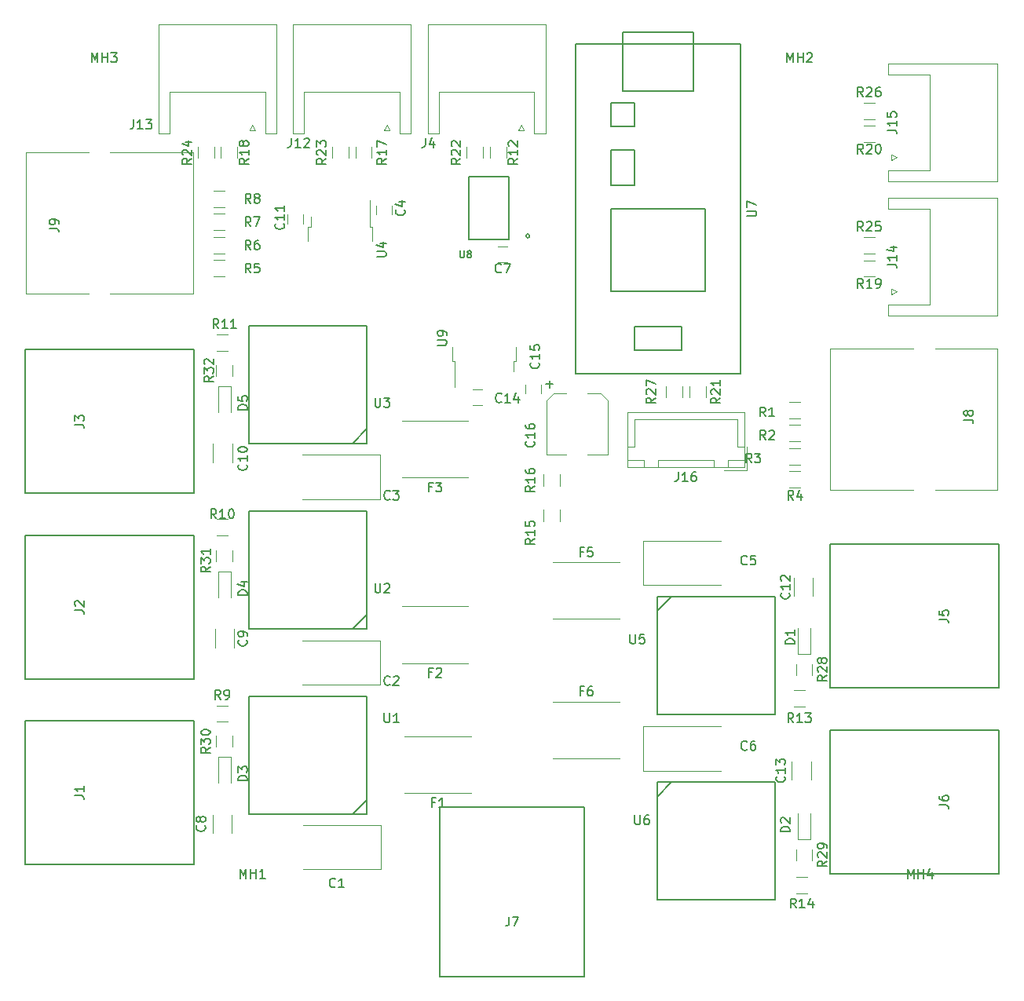
<source format=gbr>
G04 #@! TF.GenerationSoftware,KiCad,Pcbnew,(5.0.0-3-g5ebb6b6)*
G04 #@! TF.CreationDate,2018-10-08T20:22:15-06:00*
G04 #@! TF.ProjectId,LED suit power,4C4544207375697420706F7765722E6B,rev?*
G04 #@! TF.SameCoordinates,Original*
G04 #@! TF.FileFunction,Legend,Top*
G04 #@! TF.FilePolarity,Positive*
%FSLAX46Y46*%
G04 Gerber Fmt 4.6, Leading zero omitted, Abs format (unit mm)*
G04 Created by KiCad (PCBNEW (5.0.0-3-g5ebb6b6)) date Monday, October 08, 2018 at 08:22:15 PM*
%MOMM*%
%LPD*%
G01*
G04 APERTURE LIST*
%ADD10C,0.150000*%
%ADD11C,0.120000*%
%ADD12C,0.203200*%
%ADD13C,0.152400*%
G04 APERTURE END LIST*
D10*
G04 #@! TO.C,J7*
X157750000Y-182600000D02*
X142250000Y-182600000D01*
X157750000Y-200850000D02*
X142250000Y-200850000D01*
X157750000Y-200850000D02*
X157750000Y-182600000D01*
X142250000Y-200850000D02*
X142250000Y-182600000D01*
G04 #@! TO.C,J1*
X115750000Y-188750000D02*
X115750000Y-173250000D01*
X97500000Y-188750000D02*
X97500000Y-173250000D01*
X97500000Y-188750000D02*
X115750000Y-188750000D01*
X97500000Y-173250000D02*
X115750000Y-173250000D01*
G04 #@! TO.C,J2*
X97500000Y-153250000D02*
X115750000Y-153250000D01*
X97500000Y-168750000D02*
X115750000Y-168750000D01*
X97500000Y-168750000D02*
X97500000Y-153250000D01*
X115750000Y-168750000D02*
X115750000Y-153250000D01*
G04 #@! TO.C,J3*
X115750000Y-148750000D02*
X115750000Y-133250000D01*
X97500000Y-148750000D02*
X97500000Y-133250000D01*
X97500000Y-148750000D02*
X115750000Y-148750000D01*
X97500000Y-133250000D02*
X115750000Y-133250000D01*
G04 #@! TO.C,J5*
X202500000Y-169750000D02*
X184250000Y-169750000D01*
X202500000Y-154250000D02*
X184250000Y-154250000D01*
X202500000Y-154250000D02*
X202500000Y-169750000D01*
X184250000Y-154250000D02*
X184250000Y-169750000D01*
G04 #@! TO.C,J6*
X184250000Y-174250000D02*
X184250000Y-189750000D01*
X202500000Y-174250000D02*
X202500000Y-189750000D01*
X202500000Y-174250000D02*
X184250000Y-174250000D01*
X202500000Y-189750000D02*
X184250000Y-189750000D01*
D11*
G04 #@! TO.C,D2*
X180800000Y-186050000D02*
X180800000Y-183250000D01*
X182200000Y-186050000D02*
X182200000Y-183250000D01*
X180800000Y-186050000D02*
X182200000Y-186050000D01*
G04 #@! TO.C,D4*
X119700000Y-157200000D02*
X118300000Y-157200000D01*
X118300000Y-157200000D02*
X118300000Y-160000000D01*
X119700000Y-157200000D02*
X119700000Y-160000000D01*
G04 #@! TO.C,D5*
X119700000Y-137200000D02*
X119700000Y-140000000D01*
X118300000Y-137200000D02*
X118300000Y-140000000D01*
X119700000Y-137200000D02*
X118300000Y-137200000D01*
G04 #@! TO.C,D1*
X180800000Y-166050000D02*
X182200000Y-166050000D01*
X182200000Y-166050000D02*
X182200000Y-163250000D01*
X180800000Y-166050000D02*
X180800000Y-163250000D01*
G04 #@! TO.C,D3*
X119700000Y-177200000D02*
X119700000Y-180000000D01*
X118300000Y-177200000D02*
X118300000Y-180000000D01*
X119700000Y-177200000D02*
X118300000Y-177200000D01*
G04 #@! TO.C,R28*
X182380000Y-167150000D02*
X182380000Y-168350000D01*
X180620000Y-168350000D02*
X180620000Y-167150000D01*
G04 #@! TO.C,R29*
X180620000Y-188350000D02*
X180620000Y-187150000D01*
X182380000Y-187150000D02*
X182380000Y-188350000D01*
G04 #@! TO.C,R30*
X118120000Y-176100000D02*
X118120000Y-174900000D01*
X119880000Y-174900000D02*
X119880000Y-176100000D01*
G04 #@! TO.C,R31*
X119880000Y-154900000D02*
X119880000Y-156100000D01*
X118120000Y-156100000D02*
X118120000Y-154900000D01*
G04 #@! TO.C,R32*
X118120000Y-136100000D02*
X118120000Y-134900000D01*
X119880000Y-134900000D02*
X119880000Y-136100000D01*
D10*
G04 #@! TO.C,U7*
X161925000Y-100330000D02*
X161925000Y-99060000D01*
X161925000Y-99060000D02*
X169545000Y-99060000D01*
X169545000Y-99060000D02*
X169545000Y-100330000D01*
X160655000Y-111760000D02*
X160655000Y-115570000D01*
X160655000Y-115570000D02*
X163195000Y-115570000D01*
X163195000Y-115570000D02*
X163195000Y-111760000D01*
X163195000Y-111760000D02*
X160655000Y-111760000D01*
X161925000Y-105410000D02*
X169545000Y-105410000D01*
X169545000Y-105410000D02*
X169545000Y-100330000D01*
X161925000Y-105410000D02*
X161925000Y-100330000D01*
X160655000Y-106680000D02*
X160655000Y-109220000D01*
X160655000Y-109220000D02*
X163195000Y-109220000D01*
X163195000Y-109220000D02*
X163195000Y-106680000D01*
X163195000Y-106680000D02*
X160655000Y-106680000D01*
X168275000Y-133350000D02*
X163195000Y-133350000D01*
X163195000Y-133350000D02*
X163195000Y-130810000D01*
X163195000Y-130810000D02*
X168275000Y-130810000D01*
X168275000Y-130810000D02*
X168275000Y-133350000D01*
X160655000Y-127000000D02*
X170815000Y-127000000D01*
X170815000Y-118110000D02*
X160655000Y-118110000D01*
X170815000Y-127000000D02*
X170815000Y-118110000D01*
X160655000Y-127000000D02*
X160655000Y-118110000D01*
X174625000Y-100330000D02*
X174625000Y-135890000D01*
X174625000Y-135890000D02*
X156845000Y-135890000D01*
X156845000Y-135890000D02*
X156845000Y-100330000D01*
X156845000Y-100330000D02*
X174625000Y-100330000D01*
D11*
G04 #@! TO.C,C16*
X160300000Y-138710000D02*
X160300000Y-144550000D01*
X159540000Y-137950000D02*
X160300000Y-138710000D01*
X153700000Y-138710000D02*
X154460000Y-137950000D01*
X153700000Y-144550000D02*
X153700000Y-138710000D01*
X159540000Y-137950000D02*
X158120000Y-137950000D01*
X154460000Y-137950000D02*
X155880000Y-137950000D01*
X160300000Y-144550000D02*
X158120000Y-144550000D01*
X153700000Y-144550000D02*
X155880000Y-144550000D01*
G04 #@! TO.C,R21*
X170880000Y-137200000D02*
X170880000Y-138400000D01*
X169120000Y-138400000D02*
X169120000Y-137200000D01*
G04 #@! TO.C,R23*
X132380000Y-111400000D02*
X132380000Y-112600000D01*
X130620000Y-112600000D02*
X130620000Y-111400000D01*
G04 #@! TO.C,R22*
X145120000Y-112600000D02*
X145120000Y-111400000D01*
X146880000Y-111400000D02*
X146880000Y-112600000D01*
G04 #@! TO.C,R12*
X149380000Y-111400000D02*
X149380000Y-112600000D01*
X147620000Y-112600000D02*
X147620000Y-111400000D01*
G04 #@! TO.C,R24*
X116120000Y-112600000D02*
X116120000Y-111400000D01*
X117880000Y-111400000D02*
X117880000Y-112600000D01*
G04 #@! TO.C,R25*
X189100000Y-122880000D02*
X187900000Y-122880000D01*
X187900000Y-121120000D02*
X189100000Y-121120000D01*
G04 #@! TO.C,R26*
X187900000Y-106620000D02*
X189100000Y-106620000D01*
X189100000Y-108380000D02*
X187900000Y-108380000D01*
G04 #@! TO.C,R27*
X166620000Y-138400000D02*
X166620000Y-137200000D01*
X168380000Y-137200000D02*
X168380000Y-138400000D01*
G04 #@! TO.C,R17*
X133120000Y-112600000D02*
X133120000Y-111400000D01*
X134880000Y-111400000D02*
X134880000Y-112600000D01*
G04 #@! TO.C,R18*
X120380000Y-111400000D02*
X120380000Y-112600000D01*
X118620000Y-112600000D02*
X118620000Y-111400000D01*
G04 #@! TO.C,R19*
X187900000Y-123620000D02*
X189100000Y-123620000D01*
X189100000Y-125380000D02*
X187900000Y-125380000D01*
G04 #@! TO.C,R20*
X189100000Y-110880000D02*
X187900000Y-110880000D01*
X187900000Y-109120000D02*
X189100000Y-109120000D01*
G04 #@! TO.C,C11*
X127450000Y-119700000D02*
X127450000Y-118700000D01*
X125750000Y-118700000D02*
X125750000Y-119700000D01*
G04 #@! TO.C,C4*
X137050000Y-118700000D02*
X137050000Y-117700000D01*
X135350000Y-117700000D02*
X135350000Y-118700000D01*
G04 #@! TO.C,U4*
X128294999Y-120005001D02*
X128294999Y-118905001D01*
X128024999Y-120005001D02*
X128294999Y-120005001D01*
X128024999Y-121505001D02*
X128024999Y-120005001D01*
X134654999Y-120005001D02*
X134654999Y-117175001D01*
X134924999Y-120005001D02*
X134654999Y-120005001D01*
X134924999Y-121505001D02*
X134924999Y-120005001D01*
G04 #@! TO.C,J16*
X175350000Y-146250000D02*
X175350000Y-143750000D01*
X172850000Y-146250000D02*
X175350000Y-146250000D01*
X163200000Y-140750000D02*
X168750000Y-140750000D01*
X163200000Y-143700000D02*
X163200000Y-140750000D01*
X162450000Y-143700000D02*
X163200000Y-143700000D01*
X174300000Y-140750000D02*
X168750000Y-140750000D01*
X174300000Y-143700000D02*
X174300000Y-140750000D01*
X175050000Y-143700000D02*
X174300000Y-143700000D01*
X162450000Y-145950000D02*
X164250000Y-145950000D01*
X162450000Y-145200000D02*
X162450000Y-145950000D01*
X164250000Y-145200000D02*
X162450000Y-145200000D01*
X164250000Y-145950000D02*
X164250000Y-145200000D01*
X173250000Y-145950000D02*
X175050000Y-145950000D01*
X173250000Y-145200000D02*
X173250000Y-145950000D01*
X175050000Y-145200000D02*
X173250000Y-145200000D01*
X175050000Y-145950000D02*
X175050000Y-145200000D01*
X165750000Y-145950000D02*
X171750000Y-145950000D01*
X165750000Y-145200000D02*
X165750000Y-145950000D01*
X171750000Y-145200000D02*
X165750000Y-145200000D01*
X171750000Y-145950000D02*
X171750000Y-145200000D01*
X162450000Y-145950000D02*
X175050000Y-145950000D01*
X162450000Y-140000000D02*
X162450000Y-145950000D01*
X175050000Y-140000000D02*
X162450000Y-140000000D01*
X175050000Y-145950000D02*
X175050000Y-140000000D01*
G04 #@! TO.C,J4*
X147250000Y-98150000D02*
X153600000Y-98150000D01*
X153600000Y-98150000D02*
X153600000Y-109950000D01*
X153600000Y-109950000D02*
X152400000Y-109950000D01*
X152400000Y-109950000D02*
X152400000Y-105450000D01*
X152400000Y-105450000D02*
X147250000Y-105450000D01*
X147250000Y-98150000D02*
X140900000Y-98150000D01*
X140900000Y-98150000D02*
X140900000Y-109950000D01*
X140900000Y-109950000D02*
X142100000Y-109950000D01*
X142100000Y-109950000D02*
X142100000Y-105450000D01*
X142100000Y-105450000D02*
X147250000Y-105450000D01*
X151000000Y-109000000D02*
X151300000Y-109600000D01*
X151300000Y-109600000D02*
X150700000Y-109600000D01*
X150700000Y-109600000D02*
X151000000Y-109000000D01*
G04 #@! TO.C,J12*
X136200000Y-109600000D02*
X136500000Y-109000000D01*
X136800000Y-109600000D02*
X136200000Y-109600000D01*
X136500000Y-109000000D02*
X136800000Y-109600000D01*
X127600000Y-105450000D02*
X132750000Y-105450000D01*
X127600000Y-109950000D02*
X127600000Y-105450000D01*
X126400000Y-109950000D02*
X127600000Y-109950000D01*
X126400000Y-98150000D02*
X126400000Y-109950000D01*
X132750000Y-98150000D02*
X126400000Y-98150000D01*
X137900000Y-105450000D02*
X132750000Y-105450000D01*
X137900000Y-109950000D02*
X137900000Y-105450000D01*
X139100000Y-109950000D02*
X137900000Y-109950000D01*
X139100000Y-98150000D02*
X139100000Y-109950000D01*
X132750000Y-98150000D02*
X139100000Y-98150000D01*
G04 #@! TO.C,J13*
X118250000Y-98150000D02*
X124600000Y-98150000D01*
X124600000Y-98150000D02*
X124600000Y-109950000D01*
X124600000Y-109950000D02*
X123400000Y-109950000D01*
X123400000Y-109950000D02*
X123400000Y-105450000D01*
X123400000Y-105450000D02*
X118250000Y-105450000D01*
X118250000Y-98150000D02*
X111900000Y-98150000D01*
X111900000Y-98150000D02*
X111900000Y-109950000D01*
X111900000Y-109950000D02*
X113100000Y-109950000D01*
X113100000Y-109950000D02*
X113100000Y-105450000D01*
X113100000Y-105450000D02*
X118250000Y-105450000D01*
X122000000Y-109000000D02*
X122300000Y-109600000D01*
X122300000Y-109600000D02*
X121700000Y-109600000D01*
X121700000Y-109600000D02*
X122000000Y-109000000D01*
G04 #@! TO.C,J14*
X190900000Y-126700000D02*
X191500000Y-127000000D01*
X190900000Y-127300000D02*
X190900000Y-126700000D01*
X191500000Y-127000000D02*
X190900000Y-127300000D01*
X195050000Y-118100000D02*
X195050000Y-123250000D01*
X190550000Y-118100000D02*
X195050000Y-118100000D01*
X190550000Y-116900000D02*
X190550000Y-118100000D01*
X202350000Y-116900000D02*
X190550000Y-116900000D01*
X202350000Y-123250000D02*
X202350000Y-116900000D01*
X195050000Y-128400000D02*
X195050000Y-123250000D01*
X190550000Y-128400000D02*
X195050000Y-128400000D01*
X190550000Y-129600000D02*
X190550000Y-128400000D01*
X202350000Y-129600000D02*
X190550000Y-129600000D01*
X202350000Y-123250000D02*
X202350000Y-129600000D01*
G04 #@! TO.C,J15*
X190900000Y-112200000D02*
X191500000Y-112500000D01*
X190900000Y-112800000D02*
X190900000Y-112200000D01*
X191500000Y-112500000D02*
X190900000Y-112800000D01*
X195050000Y-103600000D02*
X195050000Y-108750000D01*
X190550000Y-103600000D02*
X195050000Y-103600000D01*
X190550000Y-102400000D02*
X190550000Y-103600000D01*
X202350000Y-102400000D02*
X190550000Y-102400000D01*
X202350000Y-108750000D02*
X202350000Y-102400000D01*
X195050000Y-113900000D02*
X195050000Y-108750000D01*
X190550000Y-113900000D02*
X195050000Y-113900000D01*
X190550000Y-115100000D02*
X190550000Y-113900000D01*
X202350000Y-115100000D02*
X190550000Y-115100000D01*
X202350000Y-108750000D02*
X202350000Y-115100000D01*
G04 #@! TO.C,C7*
X148500000Y-123850000D02*
X149500000Y-123850000D01*
X149500000Y-122150000D02*
X148500000Y-122150000D01*
G04 #@! TO.C,C15*
X153100000Y-138000000D02*
X153100000Y-137000000D01*
X151400000Y-137000000D02*
X151400000Y-138000000D01*
G04 #@! TO.C,J9*
X97631222Y-111966787D02*
X97631222Y-127206787D01*
X115661222Y-127206787D02*
X106671222Y-127196787D01*
X115661222Y-127206787D02*
X115661222Y-111966787D01*
X115661222Y-111966787D02*
X106661222Y-111966787D01*
X104331222Y-127196787D02*
X97631222Y-127206787D01*
X104341222Y-111966787D02*
X97631222Y-111966787D01*
G04 #@! TO.C,R15*
X155185000Y-150530000D02*
X155185000Y-151730000D01*
X153425000Y-151730000D02*
X153425000Y-150530000D01*
G04 #@! TO.C,R16*
X153425000Y-147920000D02*
X153425000Y-146720000D01*
X155185000Y-146720000D02*
X155185000Y-147920000D01*
G04 #@! TO.C,C14*
X145800000Y-139250000D02*
X146800000Y-139250000D01*
X146800000Y-137550000D02*
X145800000Y-137550000D01*
G04 #@! TO.C,U9*
X143550000Y-132970000D02*
X143550000Y-134470000D01*
X143550000Y-134470000D02*
X143820000Y-134470000D01*
X143820000Y-134470000D02*
X143820000Y-137300000D01*
X150450000Y-132970000D02*
X150450000Y-134470000D01*
X150450000Y-134470000D02*
X150180000Y-134470000D01*
X150180000Y-134470000D02*
X150180000Y-135570000D01*
G04 #@! TO.C,C8*
X117730000Y-183400000D02*
X117730000Y-185400000D01*
X119770000Y-185400000D02*
X119770000Y-183400000D01*
G04 #@! TO.C,C9*
X120020000Y-165400000D02*
X120020000Y-163400000D01*
X117980000Y-163400000D02*
X117980000Y-165400000D01*
G04 #@! TO.C,C10*
X119820000Y-145400000D02*
X119820000Y-143400000D01*
X117780000Y-143400000D02*
X117780000Y-145400000D01*
G04 #@! TO.C,C12*
X180380000Y-157850000D02*
X180380000Y-159850000D01*
X182420000Y-159850000D02*
X182420000Y-157850000D01*
G04 #@! TO.C,C13*
X180180000Y-177650000D02*
X180180000Y-179650000D01*
X182220000Y-179650000D02*
X182220000Y-177650000D01*
G04 #@! TO.C,R9*
X118145000Y-171620000D02*
X119345000Y-171620000D01*
X119345000Y-173380000D02*
X118145000Y-173380000D01*
G04 #@! TO.C,R10*
X118145000Y-151520000D02*
X119345000Y-151520000D01*
X119345000Y-153280000D02*
X118145000Y-153280000D01*
G04 #@! TO.C,R11*
X118145000Y-131620000D02*
X119345000Y-131620000D01*
X119345000Y-133380000D02*
X118145000Y-133380000D01*
G04 #@! TO.C,R13*
X181575000Y-171755000D02*
X180375000Y-171755000D01*
X180375000Y-169995000D02*
X181575000Y-169995000D01*
G04 #@! TO.C,R14*
X181850000Y-191880000D02*
X180650000Y-191880000D01*
X180650000Y-190120000D02*
X181850000Y-190120000D01*
D12*
G04 #@! TO.C,U8*
X145300000Y-121400000D02*
X149700000Y-121400000D01*
X145300000Y-114600000D02*
X145300000Y-121400000D01*
X149700000Y-114600000D02*
X145300000Y-114600000D01*
X149700000Y-121400000D02*
X149700000Y-114600000D01*
X151900000Y-121000000D02*
G75*
G03X151900000Y-121000000I-200000J0D01*
G01*
D11*
G04 #@! TO.C,J8*
X202305001Y-148348343D02*
X202305001Y-133108343D01*
X184275001Y-133108343D02*
X193265001Y-133118343D01*
X184275001Y-133108343D02*
X184275001Y-148348343D01*
X184275001Y-148348343D02*
X193275001Y-148348343D01*
X195605001Y-133118343D02*
X202305001Y-133108343D01*
X195595001Y-148348343D02*
X202305001Y-148348343D01*
G04 #@! TO.C,R1*
X179900000Y-138883344D02*
X181100000Y-138883344D01*
X181100000Y-140643344D02*
X179900000Y-140643344D01*
G04 #@! TO.C,R2*
X179900000Y-141333344D02*
X181100000Y-141333344D01*
X181100000Y-143093344D02*
X179900000Y-143093344D01*
G04 #@! TO.C,R3*
X179900000Y-143883344D02*
X181100000Y-143883344D01*
X181100000Y-145643344D02*
X179900000Y-145643344D01*
G04 #@! TO.C,R4*
X179900000Y-146383344D02*
X181100000Y-146383344D01*
X181100000Y-148143344D02*
X179900000Y-148143344D01*
G04 #@! TO.C,R5*
X119036223Y-125361786D02*
X117836223Y-125361786D01*
X117836223Y-123601786D02*
X119036223Y-123601786D01*
G04 #@! TO.C,R6*
X119036223Y-122861786D02*
X117836223Y-122861786D01*
X117836223Y-121101786D02*
X119036223Y-121101786D01*
G04 #@! TO.C,R7*
X119036223Y-120361786D02*
X117836223Y-120361786D01*
X117836223Y-118601786D02*
X119036223Y-118601786D01*
G04 #@! TO.C,R8*
X119036223Y-117861786D02*
X117836223Y-117861786D01*
X117836223Y-116101786D02*
X119036223Y-116101786D01*
G04 #@! TO.C,F5*
X154440000Y-156200000D02*
X161560000Y-156200000D01*
X154440000Y-162300000D02*
X161560000Y-162300000D01*
G04 #@! TO.C,C6*
X164145000Y-173850000D02*
X172545000Y-173850000D01*
X164145000Y-178650000D02*
X172545000Y-178650000D01*
X164145000Y-173850000D02*
X164145000Y-178650000D01*
G04 #@! TO.C,C5*
X164145000Y-153850000D02*
X172545000Y-153850000D01*
X164145000Y-158650000D02*
X172545000Y-158650000D01*
X164145000Y-153850000D02*
X164145000Y-158650000D01*
G04 #@! TO.C,C3*
X135755000Y-149400000D02*
X127355000Y-149400000D01*
X135755000Y-144600000D02*
X127355000Y-144600000D01*
X135755000Y-149400000D02*
X135755000Y-144600000D01*
G04 #@! TO.C,C2*
X135755000Y-169400000D02*
X127355000Y-169400000D01*
X135755000Y-164600000D02*
X127355000Y-164600000D01*
X135755000Y-169400000D02*
X135755000Y-164600000D01*
G04 #@! TO.C,C1*
X135855000Y-189300000D02*
X127455000Y-189300000D01*
X135855000Y-184500000D02*
X127455000Y-184500000D01*
X135855000Y-189300000D02*
X135855000Y-184500000D01*
G04 #@! TO.C,F6*
X154440000Y-171200000D02*
X161560000Y-171200000D01*
X154440000Y-177300000D02*
X161560000Y-177300000D01*
G04 #@! TO.C,F3*
X145260000Y-147050000D02*
X138140000Y-147050000D01*
X145260000Y-140950000D02*
X138140000Y-140950000D01*
G04 #@! TO.C,F2*
X145260000Y-167050000D02*
X138140000Y-167050000D01*
X145260000Y-160950000D02*
X138140000Y-160950000D01*
G04 #@! TO.C,F1*
X145560000Y-181050000D02*
X138440000Y-181050000D01*
X145560000Y-174950000D02*
X138440000Y-174950000D01*
D10*
G04 #@! TO.C,U6*
X178350000Y-179900000D02*
X165650000Y-179900000D01*
X165650000Y-179900000D02*
X165650000Y-192600000D01*
X165650000Y-192600000D02*
X178350000Y-192600000D01*
X178350000Y-179900000D02*
X178350000Y-192600000D01*
X167200000Y-179900000D02*
X165650000Y-181450000D01*
G04 #@! TO.C,U5*
X178350000Y-159900000D02*
X165650000Y-159900000D01*
X165650000Y-159900000D02*
X165650000Y-172600000D01*
X165650000Y-172600000D02*
X178350000Y-172600000D01*
X178350000Y-159900000D02*
X178350000Y-172600000D01*
X167200000Y-159900000D02*
X165650000Y-161450000D01*
G04 #@! TO.C,U3*
X121650000Y-143350000D02*
X134350000Y-143350000D01*
X134350000Y-143350000D02*
X134350000Y-130650000D01*
X134350000Y-130650000D02*
X121650000Y-130650000D01*
X121650000Y-143350000D02*
X121650000Y-130650000D01*
X132800000Y-143350000D02*
X134350000Y-141800000D01*
G04 #@! TO.C,U2*
X121650000Y-163350000D02*
X134350000Y-163350000D01*
X134350000Y-163350000D02*
X134350000Y-150650000D01*
X134350000Y-150650000D02*
X121650000Y-150650000D01*
X121650000Y-163350000D02*
X121650000Y-150650000D01*
X132800000Y-163350000D02*
X134350000Y-161800000D01*
G04 #@! TO.C,U1*
X121650000Y-183350000D02*
X134350000Y-183350000D01*
X134350000Y-183350000D02*
X134350000Y-170650000D01*
X134350000Y-170650000D02*
X121650000Y-170650000D01*
X121650000Y-183350000D02*
X121650000Y-170650000D01*
X132800000Y-183350000D02*
X134350000Y-181800000D01*
G04 #@! TO.C,J7*
X149666666Y-194402380D02*
X149666666Y-195116666D01*
X149619047Y-195259523D01*
X149523809Y-195354761D01*
X149380952Y-195402380D01*
X149285714Y-195402380D01*
X150047619Y-194402380D02*
X150714285Y-194402380D01*
X150285714Y-195402380D01*
G04 #@! TO.C,J1*
X102852380Y-181333333D02*
X103566666Y-181333333D01*
X103709523Y-181380952D01*
X103804761Y-181476190D01*
X103852380Y-181619047D01*
X103852380Y-181714285D01*
X103852380Y-180333333D02*
X103852380Y-180904761D01*
X103852380Y-180619047D02*
X102852380Y-180619047D01*
X102995238Y-180714285D01*
X103090476Y-180809523D01*
X103138095Y-180904761D01*
G04 #@! TO.C,J2*
X102852380Y-161333333D02*
X103566666Y-161333333D01*
X103709523Y-161380952D01*
X103804761Y-161476190D01*
X103852380Y-161619047D01*
X103852380Y-161714285D01*
X102947619Y-160904761D02*
X102900000Y-160857142D01*
X102852380Y-160761904D01*
X102852380Y-160523809D01*
X102900000Y-160428571D01*
X102947619Y-160380952D01*
X103042857Y-160333333D01*
X103138095Y-160333333D01*
X103280952Y-160380952D01*
X103852380Y-160952380D01*
X103852380Y-160333333D01*
G04 #@! TO.C,J3*
X102852380Y-141333333D02*
X103566666Y-141333333D01*
X103709523Y-141380952D01*
X103804761Y-141476190D01*
X103852380Y-141619047D01*
X103852380Y-141714285D01*
X102852380Y-140952380D02*
X102852380Y-140333333D01*
X103233333Y-140666666D01*
X103233333Y-140523809D01*
X103280952Y-140428571D01*
X103328571Y-140380952D01*
X103423809Y-140333333D01*
X103661904Y-140333333D01*
X103757142Y-140380952D01*
X103804761Y-140428571D01*
X103852380Y-140523809D01*
X103852380Y-140809523D01*
X103804761Y-140904761D01*
X103757142Y-140952380D01*
G04 #@! TO.C,J5*
X196052380Y-162333333D02*
X196766666Y-162333333D01*
X196909523Y-162380952D01*
X197004761Y-162476190D01*
X197052380Y-162619047D01*
X197052380Y-162714285D01*
X196052380Y-161380952D02*
X196052380Y-161857142D01*
X196528571Y-161904761D01*
X196480952Y-161857142D01*
X196433333Y-161761904D01*
X196433333Y-161523809D01*
X196480952Y-161428571D01*
X196528571Y-161380952D01*
X196623809Y-161333333D01*
X196861904Y-161333333D01*
X196957142Y-161380952D01*
X197004761Y-161428571D01*
X197052380Y-161523809D01*
X197052380Y-161761904D01*
X197004761Y-161857142D01*
X196957142Y-161904761D01*
G04 #@! TO.C,J6*
X196052380Y-182333333D02*
X196766666Y-182333333D01*
X196909523Y-182380952D01*
X197004761Y-182476190D01*
X197052380Y-182619047D01*
X197052380Y-182714285D01*
X196052380Y-181428571D02*
X196052380Y-181619047D01*
X196100000Y-181714285D01*
X196147619Y-181761904D01*
X196290476Y-181857142D01*
X196480952Y-181904761D01*
X196861904Y-181904761D01*
X196957142Y-181857142D01*
X197004761Y-181809523D01*
X197052380Y-181714285D01*
X197052380Y-181523809D01*
X197004761Y-181428571D01*
X196957142Y-181380952D01*
X196861904Y-181333333D01*
X196623809Y-181333333D01*
X196528571Y-181380952D01*
X196480952Y-181428571D01*
X196433333Y-181523809D01*
X196433333Y-181714285D01*
X196480952Y-181809523D01*
X196528571Y-181857142D01*
X196623809Y-181904761D01*
G04 #@! TO.C,D2*
X179952380Y-185238095D02*
X178952380Y-185238095D01*
X178952380Y-185000000D01*
X179000000Y-184857142D01*
X179095238Y-184761904D01*
X179190476Y-184714285D01*
X179380952Y-184666666D01*
X179523809Y-184666666D01*
X179714285Y-184714285D01*
X179809523Y-184761904D01*
X179904761Y-184857142D01*
X179952380Y-185000000D01*
X179952380Y-185238095D01*
X179047619Y-184285714D02*
X179000000Y-184238095D01*
X178952380Y-184142857D01*
X178952380Y-183904761D01*
X179000000Y-183809523D01*
X179047619Y-183761904D01*
X179142857Y-183714285D01*
X179238095Y-183714285D01*
X179380952Y-183761904D01*
X179952380Y-184333333D01*
X179952380Y-183714285D01*
G04 #@! TO.C,D4*
X121452380Y-159738095D02*
X120452380Y-159738095D01*
X120452380Y-159500000D01*
X120500000Y-159357142D01*
X120595238Y-159261904D01*
X120690476Y-159214285D01*
X120880952Y-159166666D01*
X121023809Y-159166666D01*
X121214285Y-159214285D01*
X121309523Y-159261904D01*
X121404761Y-159357142D01*
X121452380Y-159500000D01*
X121452380Y-159738095D01*
X120785714Y-158309523D02*
X121452380Y-158309523D01*
X120404761Y-158547619D02*
X121119047Y-158785714D01*
X121119047Y-158166666D01*
G04 #@! TO.C,D5*
X121452380Y-139738095D02*
X120452380Y-139738095D01*
X120452380Y-139500000D01*
X120500000Y-139357142D01*
X120595238Y-139261904D01*
X120690476Y-139214285D01*
X120880952Y-139166666D01*
X121023809Y-139166666D01*
X121214285Y-139214285D01*
X121309523Y-139261904D01*
X121404761Y-139357142D01*
X121452380Y-139500000D01*
X121452380Y-139738095D01*
X120452380Y-138261904D02*
X120452380Y-138738095D01*
X120928571Y-138785714D01*
X120880952Y-138738095D01*
X120833333Y-138642857D01*
X120833333Y-138404761D01*
X120880952Y-138309523D01*
X120928571Y-138261904D01*
X121023809Y-138214285D01*
X121261904Y-138214285D01*
X121357142Y-138261904D01*
X121404761Y-138309523D01*
X121452380Y-138404761D01*
X121452380Y-138642857D01*
X121404761Y-138738095D01*
X121357142Y-138785714D01*
G04 #@! TO.C,D1*
X180452380Y-164988095D02*
X179452380Y-164988095D01*
X179452380Y-164750000D01*
X179500000Y-164607142D01*
X179595238Y-164511904D01*
X179690476Y-164464285D01*
X179880952Y-164416666D01*
X180023809Y-164416666D01*
X180214285Y-164464285D01*
X180309523Y-164511904D01*
X180404761Y-164607142D01*
X180452380Y-164750000D01*
X180452380Y-164988095D01*
X180452380Y-163464285D02*
X180452380Y-164035714D01*
X180452380Y-163750000D02*
X179452380Y-163750000D01*
X179595238Y-163845238D01*
X179690476Y-163940476D01*
X179738095Y-164035714D01*
G04 #@! TO.C,D3*
X121452380Y-179738095D02*
X120452380Y-179738095D01*
X120452380Y-179500000D01*
X120500000Y-179357142D01*
X120595238Y-179261904D01*
X120690476Y-179214285D01*
X120880952Y-179166666D01*
X121023809Y-179166666D01*
X121214285Y-179214285D01*
X121309523Y-179261904D01*
X121404761Y-179357142D01*
X121452380Y-179500000D01*
X121452380Y-179738095D01*
X120452380Y-178833333D02*
X120452380Y-178214285D01*
X120833333Y-178547619D01*
X120833333Y-178404761D01*
X120880952Y-178309523D01*
X120928571Y-178261904D01*
X121023809Y-178214285D01*
X121261904Y-178214285D01*
X121357142Y-178261904D01*
X121404761Y-178309523D01*
X121452380Y-178404761D01*
X121452380Y-178690476D01*
X121404761Y-178785714D01*
X121357142Y-178833333D01*
G04 #@! TO.C,MH4*
X192666666Y-190252380D02*
X192666666Y-189252380D01*
X193000000Y-189966666D01*
X193333333Y-189252380D01*
X193333333Y-190252380D01*
X193809523Y-190252380D02*
X193809523Y-189252380D01*
X193809523Y-189728571D02*
X194380952Y-189728571D01*
X194380952Y-190252380D02*
X194380952Y-189252380D01*
X195285714Y-189585714D02*
X195285714Y-190252380D01*
X195047619Y-189204761D02*
X194809523Y-189919047D01*
X195428571Y-189919047D01*
G04 #@! TO.C,MH2*
X179666666Y-102252380D02*
X179666666Y-101252380D01*
X180000000Y-101966666D01*
X180333333Y-101252380D01*
X180333333Y-102252380D01*
X180809523Y-102252380D02*
X180809523Y-101252380D01*
X180809523Y-101728571D02*
X181380952Y-101728571D01*
X181380952Y-102252380D02*
X181380952Y-101252380D01*
X181809523Y-101347619D02*
X181857142Y-101300000D01*
X181952380Y-101252380D01*
X182190476Y-101252380D01*
X182285714Y-101300000D01*
X182333333Y-101347619D01*
X182380952Y-101442857D01*
X182380952Y-101538095D01*
X182333333Y-101680952D01*
X181761904Y-102252380D01*
X182380952Y-102252380D01*
G04 #@! TO.C,MH1*
X120666666Y-190252380D02*
X120666666Y-189252380D01*
X121000000Y-189966666D01*
X121333333Y-189252380D01*
X121333333Y-190252380D01*
X121809523Y-190252380D02*
X121809523Y-189252380D01*
X121809523Y-189728571D02*
X122380952Y-189728571D01*
X122380952Y-190252380D02*
X122380952Y-189252380D01*
X123380952Y-190252380D02*
X122809523Y-190252380D01*
X123095238Y-190252380D02*
X123095238Y-189252380D01*
X123000000Y-189395238D01*
X122904761Y-189490476D01*
X122809523Y-189538095D01*
G04 #@! TO.C,MH3*
X104666666Y-102252380D02*
X104666666Y-101252380D01*
X105000000Y-101966666D01*
X105333333Y-101252380D01*
X105333333Y-102252380D01*
X105809523Y-102252380D02*
X105809523Y-101252380D01*
X105809523Y-101728571D02*
X106380952Y-101728571D01*
X106380952Y-102252380D02*
X106380952Y-101252380D01*
X106761904Y-101252380D02*
X107380952Y-101252380D01*
X107047619Y-101633333D01*
X107190476Y-101633333D01*
X107285714Y-101680952D01*
X107333333Y-101728571D01*
X107380952Y-101823809D01*
X107380952Y-102061904D01*
X107333333Y-102157142D01*
X107285714Y-102204761D01*
X107190476Y-102252380D01*
X106904761Y-102252380D01*
X106809523Y-102204761D01*
X106761904Y-102157142D01*
G04 #@! TO.C,R28*
X183952380Y-168392857D02*
X183476190Y-168726190D01*
X183952380Y-168964285D02*
X182952380Y-168964285D01*
X182952380Y-168583333D01*
X183000000Y-168488095D01*
X183047619Y-168440476D01*
X183142857Y-168392857D01*
X183285714Y-168392857D01*
X183380952Y-168440476D01*
X183428571Y-168488095D01*
X183476190Y-168583333D01*
X183476190Y-168964285D01*
X183047619Y-168011904D02*
X183000000Y-167964285D01*
X182952380Y-167869047D01*
X182952380Y-167630952D01*
X183000000Y-167535714D01*
X183047619Y-167488095D01*
X183142857Y-167440476D01*
X183238095Y-167440476D01*
X183380952Y-167488095D01*
X183952380Y-168059523D01*
X183952380Y-167440476D01*
X183380952Y-166869047D02*
X183333333Y-166964285D01*
X183285714Y-167011904D01*
X183190476Y-167059523D01*
X183142857Y-167059523D01*
X183047619Y-167011904D01*
X183000000Y-166964285D01*
X182952380Y-166869047D01*
X182952380Y-166678571D01*
X183000000Y-166583333D01*
X183047619Y-166535714D01*
X183142857Y-166488095D01*
X183190476Y-166488095D01*
X183285714Y-166535714D01*
X183333333Y-166583333D01*
X183380952Y-166678571D01*
X183380952Y-166869047D01*
X183428571Y-166964285D01*
X183476190Y-167011904D01*
X183571428Y-167059523D01*
X183761904Y-167059523D01*
X183857142Y-167011904D01*
X183904761Y-166964285D01*
X183952380Y-166869047D01*
X183952380Y-166678571D01*
X183904761Y-166583333D01*
X183857142Y-166535714D01*
X183761904Y-166488095D01*
X183571428Y-166488095D01*
X183476190Y-166535714D01*
X183428571Y-166583333D01*
X183380952Y-166678571D01*
G04 #@! TO.C,R29*
X183952380Y-188392857D02*
X183476190Y-188726190D01*
X183952380Y-188964285D02*
X182952380Y-188964285D01*
X182952380Y-188583333D01*
X183000000Y-188488095D01*
X183047619Y-188440476D01*
X183142857Y-188392857D01*
X183285714Y-188392857D01*
X183380952Y-188440476D01*
X183428571Y-188488095D01*
X183476190Y-188583333D01*
X183476190Y-188964285D01*
X183047619Y-188011904D02*
X183000000Y-187964285D01*
X182952380Y-187869047D01*
X182952380Y-187630952D01*
X183000000Y-187535714D01*
X183047619Y-187488095D01*
X183142857Y-187440476D01*
X183238095Y-187440476D01*
X183380952Y-187488095D01*
X183952380Y-188059523D01*
X183952380Y-187440476D01*
X183952380Y-186964285D02*
X183952380Y-186773809D01*
X183904761Y-186678571D01*
X183857142Y-186630952D01*
X183714285Y-186535714D01*
X183523809Y-186488095D01*
X183142857Y-186488095D01*
X183047619Y-186535714D01*
X183000000Y-186583333D01*
X182952380Y-186678571D01*
X182952380Y-186869047D01*
X183000000Y-186964285D01*
X183047619Y-187011904D01*
X183142857Y-187059523D01*
X183380952Y-187059523D01*
X183476190Y-187011904D01*
X183523809Y-186964285D01*
X183571428Y-186869047D01*
X183571428Y-186678571D01*
X183523809Y-186583333D01*
X183476190Y-186535714D01*
X183380952Y-186488095D01*
G04 #@! TO.C,R30*
X117452380Y-176142857D02*
X116976190Y-176476190D01*
X117452380Y-176714285D02*
X116452380Y-176714285D01*
X116452380Y-176333333D01*
X116500000Y-176238095D01*
X116547619Y-176190476D01*
X116642857Y-176142857D01*
X116785714Y-176142857D01*
X116880952Y-176190476D01*
X116928571Y-176238095D01*
X116976190Y-176333333D01*
X116976190Y-176714285D01*
X116452380Y-175809523D02*
X116452380Y-175190476D01*
X116833333Y-175523809D01*
X116833333Y-175380952D01*
X116880952Y-175285714D01*
X116928571Y-175238095D01*
X117023809Y-175190476D01*
X117261904Y-175190476D01*
X117357142Y-175238095D01*
X117404761Y-175285714D01*
X117452380Y-175380952D01*
X117452380Y-175666666D01*
X117404761Y-175761904D01*
X117357142Y-175809523D01*
X116452380Y-174571428D02*
X116452380Y-174476190D01*
X116500000Y-174380952D01*
X116547619Y-174333333D01*
X116642857Y-174285714D01*
X116833333Y-174238095D01*
X117071428Y-174238095D01*
X117261904Y-174285714D01*
X117357142Y-174333333D01*
X117404761Y-174380952D01*
X117452380Y-174476190D01*
X117452380Y-174571428D01*
X117404761Y-174666666D01*
X117357142Y-174714285D01*
X117261904Y-174761904D01*
X117071428Y-174809523D01*
X116833333Y-174809523D01*
X116642857Y-174761904D01*
X116547619Y-174714285D01*
X116500000Y-174666666D01*
X116452380Y-174571428D01*
G04 #@! TO.C,R31*
X117452380Y-156642857D02*
X116976190Y-156976190D01*
X117452380Y-157214285D02*
X116452380Y-157214285D01*
X116452380Y-156833333D01*
X116500000Y-156738095D01*
X116547619Y-156690476D01*
X116642857Y-156642857D01*
X116785714Y-156642857D01*
X116880952Y-156690476D01*
X116928571Y-156738095D01*
X116976190Y-156833333D01*
X116976190Y-157214285D01*
X116452380Y-156309523D02*
X116452380Y-155690476D01*
X116833333Y-156023809D01*
X116833333Y-155880952D01*
X116880952Y-155785714D01*
X116928571Y-155738095D01*
X117023809Y-155690476D01*
X117261904Y-155690476D01*
X117357142Y-155738095D01*
X117404761Y-155785714D01*
X117452380Y-155880952D01*
X117452380Y-156166666D01*
X117404761Y-156261904D01*
X117357142Y-156309523D01*
X117452380Y-154738095D02*
X117452380Y-155309523D01*
X117452380Y-155023809D02*
X116452380Y-155023809D01*
X116595238Y-155119047D01*
X116690476Y-155214285D01*
X116738095Y-155309523D01*
G04 #@! TO.C,R32*
X117802380Y-136142857D02*
X117326190Y-136476190D01*
X117802380Y-136714285D02*
X116802380Y-136714285D01*
X116802380Y-136333333D01*
X116850000Y-136238095D01*
X116897619Y-136190476D01*
X116992857Y-136142857D01*
X117135714Y-136142857D01*
X117230952Y-136190476D01*
X117278571Y-136238095D01*
X117326190Y-136333333D01*
X117326190Y-136714285D01*
X116802380Y-135809523D02*
X116802380Y-135190476D01*
X117183333Y-135523809D01*
X117183333Y-135380952D01*
X117230952Y-135285714D01*
X117278571Y-135238095D01*
X117373809Y-135190476D01*
X117611904Y-135190476D01*
X117707142Y-135238095D01*
X117754761Y-135285714D01*
X117802380Y-135380952D01*
X117802380Y-135666666D01*
X117754761Y-135761904D01*
X117707142Y-135809523D01*
X116897619Y-134809523D02*
X116850000Y-134761904D01*
X116802380Y-134666666D01*
X116802380Y-134428571D01*
X116850000Y-134333333D01*
X116897619Y-134285714D01*
X116992857Y-134238095D01*
X117088095Y-134238095D01*
X117230952Y-134285714D01*
X117802380Y-134857142D01*
X117802380Y-134238095D01*
G04 #@! TO.C,U7*
X175347380Y-118871904D02*
X176156904Y-118871904D01*
X176252142Y-118824285D01*
X176299761Y-118776666D01*
X176347380Y-118681428D01*
X176347380Y-118490952D01*
X176299761Y-118395714D01*
X176252142Y-118348095D01*
X176156904Y-118300476D01*
X175347380Y-118300476D01*
X175347380Y-117919523D02*
X175347380Y-117252857D01*
X176347380Y-117681428D01*
G04 #@! TO.C,C16*
X152357142Y-143142857D02*
X152404761Y-143190476D01*
X152452380Y-143333333D01*
X152452380Y-143428571D01*
X152404761Y-143571428D01*
X152309523Y-143666666D01*
X152214285Y-143714285D01*
X152023809Y-143761904D01*
X151880952Y-143761904D01*
X151690476Y-143714285D01*
X151595238Y-143666666D01*
X151500000Y-143571428D01*
X151452380Y-143428571D01*
X151452380Y-143333333D01*
X151500000Y-143190476D01*
X151547619Y-143142857D01*
X152452380Y-142190476D02*
X152452380Y-142761904D01*
X152452380Y-142476190D02*
X151452380Y-142476190D01*
X151595238Y-142571428D01*
X151690476Y-142666666D01*
X151738095Y-142761904D01*
X151452380Y-141333333D02*
X151452380Y-141523809D01*
X151500000Y-141619047D01*
X151547619Y-141666666D01*
X151690476Y-141761904D01*
X151880952Y-141809523D01*
X152261904Y-141809523D01*
X152357142Y-141761904D01*
X152404761Y-141714285D01*
X152452380Y-141619047D01*
X152452380Y-141428571D01*
X152404761Y-141333333D01*
X152357142Y-141285714D01*
X152261904Y-141238095D01*
X152023809Y-141238095D01*
X151928571Y-141285714D01*
X151880952Y-141333333D01*
X151833333Y-141428571D01*
X151833333Y-141619047D01*
X151880952Y-141714285D01*
X151928571Y-141761904D01*
X152023809Y-141809523D01*
X154061428Y-137350952D02*
X154061428Y-136589047D01*
X154442380Y-136970000D02*
X153680476Y-136970000D01*
G04 #@! TO.C,R21*
X172452380Y-138442857D02*
X171976190Y-138776190D01*
X172452380Y-139014285D02*
X171452380Y-139014285D01*
X171452380Y-138633333D01*
X171500000Y-138538095D01*
X171547619Y-138490476D01*
X171642857Y-138442857D01*
X171785714Y-138442857D01*
X171880952Y-138490476D01*
X171928571Y-138538095D01*
X171976190Y-138633333D01*
X171976190Y-139014285D01*
X171547619Y-138061904D02*
X171500000Y-138014285D01*
X171452380Y-137919047D01*
X171452380Y-137680952D01*
X171500000Y-137585714D01*
X171547619Y-137538095D01*
X171642857Y-137490476D01*
X171738095Y-137490476D01*
X171880952Y-137538095D01*
X172452380Y-138109523D01*
X172452380Y-137490476D01*
X172452380Y-136538095D02*
X172452380Y-137109523D01*
X172452380Y-136823809D02*
X171452380Y-136823809D01*
X171595238Y-136919047D01*
X171690476Y-137014285D01*
X171738095Y-137109523D01*
G04 #@! TO.C,R23*
X129952380Y-112642857D02*
X129476190Y-112976190D01*
X129952380Y-113214285D02*
X128952380Y-113214285D01*
X128952380Y-112833333D01*
X129000000Y-112738095D01*
X129047619Y-112690476D01*
X129142857Y-112642857D01*
X129285714Y-112642857D01*
X129380952Y-112690476D01*
X129428571Y-112738095D01*
X129476190Y-112833333D01*
X129476190Y-113214285D01*
X129047619Y-112261904D02*
X129000000Y-112214285D01*
X128952380Y-112119047D01*
X128952380Y-111880952D01*
X129000000Y-111785714D01*
X129047619Y-111738095D01*
X129142857Y-111690476D01*
X129238095Y-111690476D01*
X129380952Y-111738095D01*
X129952380Y-112309523D01*
X129952380Y-111690476D01*
X128952380Y-111357142D02*
X128952380Y-110738095D01*
X129333333Y-111071428D01*
X129333333Y-110928571D01*
X129380952Y-110833333D01*
X129428571Y-110785714D01*
X129523809Y-110738095D01*
X129761904Y-110738095D01*
X129857142Y-110785714D01*
X129904761Y-110833333D01*
X129952380Y-110928571D01*
X129952380Y-111214285D01*
X129904761Y-111309523D01*
X129857142Y-111357142D01*
G04 #@! TO.C,R22*
X144452380Y-112642857D02*
X143976190Y-112976190D01*
X144452380Y-113214285D02*
X143452380Y-113214285D01*
X143452380Y-112833333D01*
X143500000Y-112738095D01*
X143547619Y-112690476D01*
X143642857Y-112642857D01*
X143785714Y-112642857D01*
X143880952Y-112690476D01*
X143928571Y-112738095D01*
X143976190Y-112833333D01*
X143976190Y-113214285D01*
X143547619Y-112261904D02*
X143500000Y-112214285D01*
X143452380Y-112119047D01*
X143452380Y-111880952D01*
X143500000Y-111785714D01*
X143547619Y-111738095D01*
X143642857Y-111690476D01*
X143738095Y-111690476D01*
X143880952Y-111738095D01*
X144452380Y-112309523D01*
X144452380Y-111690476D01*
X143547619Y-111309523D02*
X143500000Y-111261904D01*
X143452380Y-111166666D01*
X143452380Y-110928571D01*
X143500000Y-110833333D01*
X143547619Y-110785714D01*
X143642857Y-110738095D01*
X143738095Y-110738095D01*
X143880952Y-110785714D01*
X144452380Y-111357142D01*
X144452380Y-110738095D01*
G04 #@! TO.C,R12*
X150602380Y-112642857D02*
X150126190Y-112976190D01*
X150602380Y-113214285D02*
X149602380Y-113214285D01*
X149602380Y-112833333D01*
X149650000Y-112738095D01*
X149697619Y-112690476D01*
X149792857Y-112642857D01*
X149935714Y-112642857D01*
X150030952Y-112690476D01*
X150078571Y-112738095D01*
X150126190Y-112833333D01*
X150126190Y-113214285D01*
X150602380Y-111690476D02*
X150602380Y-112261904D01*
X150602380Y-111976190D02*
X149602380Y-111976190D01*
X149745238Y-112071428D01*
X149840476Y-112166666D01*
X149888095Y-112261904D01*
X149697619Y-111309523D02*
X149650000Y-111261904D01*
X149602380Y-111166666D01*
X149602380Y-110928571D01*
X149650000Y-110833333D01*
X149697619Y-110785714D01*
X149792857Y-110738095D01*
X149888095Y-110738095D01*
X150030952Y-110785714D01*
X150602380Y-111357142D01*
X150602380Y-110738095D01*
G04 #@! TO.C,R24*
X115452380Y-112642857D02*
X114976190Y-112976190D01*
X115452380Y-113214285D02*
X114452380Y-113214285D01*
X114452380Y-112833333D01*
X114500000Y-112738095D01*
X114547619Y-112690476D01*
X114642857Y-112642857D01*
X114785714Y-112642857D01*
X114880952Y-112690476D01*
X114928571Y-112738095D01*
X114976190Y-112833333D01*
X114976190Y-113214285D01*
X114547619Y-112261904D02*
X114500000Y-112214285D01*
X114452380Y-112119047D01*
X114452380Y-111880952D01*
X114500000Y-111785714D01*
X114547619Y-111738095D01*
X114642857Y-111690476D01*
X114738095Y-111690476D01*
X114880952Y-111738095D01*
X115452380Y-112309523D01*
X115452380Y-111690476D01*
X114785714Y-110833333D02*
X115452380Y-110833333D01*
X114404761Y-111071428D02*
X115119047Y-111309523D01*
X115119047Y-110690476D01*
G04 #@! TO.C,R25*
X187857142Y-120452380D02*
X187523809Y-119976190D01*
X187285714Y-120452380D02*
X187285714Y-119452380D01*
X187666666Y-119452380D01*
X187761904Y-119500000D01*
X187809523Y-119547619D01*
X187857142Y-119642857D01*
X187857142Y-119785714D01*
X187809523Y-119880952D01*
X187761904Y-119928571D01*
X187666666Y-119976190D01*
X187285714Y-119976190D01*
X188238095Y-119547619D02*
X188285714Y-119500000D01*
X188380952Y-119452380D01*
X188619047Y-119452380D01*
X188714285Y-119500000D01*
X188761904Y-119547619D01*
X188809523Y-119642857D01*
X188809523Y-119738095D01*
X188761904Y-119880952D01*
X188190476Y-120452380D01*
X188809523Y-120452380D01*
X189714285Y-119452380D02*
X189238095Y-119452380D01*
X189190476Y-119928571D01*
X189238095Y-119880952D01*
X189333333Y-119833333D01*
X189571428Y-119833333D01*
X189666666Y-119880952D01*
X189714285Y-119928571D01*
X189761904Y-120023809D01*
X189761904Y-120261904D01*
X189714285Y-120357142D01*
X189666666Y-120404761D01*
X189571428Y-120452380D01*
X189333333Y-120452380D01*
X189238095Y-120404761D01*
X189190476Y-120357142D01*
G04 #@! TO.C,R26*
X187857142Y-105952380D02*
X187523809Y-105476190D01*
X187285714Y-105952380D02*
X187285714Y-104952380D01*
X187666666Y-104952380D01*
X187761904Y-105000000D01*
X187809523Y-105047619D01*
X187857142Y-105142857D01*
X187857142Y-105285714D01*
X187809523Y-105380952D01*
X187761904Y-105428571D01*
X187666666Y-105476190D01*
X187285714Y-105476190D01*
X188238095Y-105047619D02*
X188285714Y-105000000D01*
X188380952Y-104952380D01*
X188619047Y-104952380D01*
X188714285Y-105000000D01*
X188761904Y-105047619D01*
X188809523Y-105142857D01*
X188809523Y-105238095D01*
X188761904Y-105380952D01*
X188190476Y-105952380D01*
X188809523Y-105952380D01*
X189666666Y-104952380D02*
X189476190Y-104952380D01*
X189380952Y-105000000D01*
X189333333Y-105047619D01*
X189238095Y-105190476D01*
X189190476Y-105380952D01*
X189190476Y-105761904D01*
X189238095Y-105857142D01*
X189285714Y-105904761D01*
X189380952Y-105952380D01*
X189571428Y-105952380D01*
X189666666Y-105904761D01*
X189714285Y-105857142D01*
X189761904Y-105761904D01*
X189761904Y-105523809D01*
X189714285Y-105428571D01*
X189666666Y-105380952D01*
X189571428Y-105333333D01*
X189380952Y-105333333D01*
X189285714Y-105380952D01*
X189238095Y-105428571D01*
X189190476Y-105523809D01*
G04 #@! TO.C,R27*
X165452380Y-138442857D02*
X164976190Y-138776190D01*
X165452380Y-139014285D02*
X164452380Y-139014285D01*
X164452380Y-138633333D01*
X164500000Y-138538095D01*
X164547619Y-138490476D01*
X164642857Y-138442857D01*
X164785714Y-138442857D01*
X164880952Y-138490476D01*
X164928571Y-138538095D01*
X164976190Y-138633333D01*
X164976190Y-139014285D01*
X164547619Y-138061904D02*
X164500000Y-138014285D01*
X164452380Y-137919047D01*
X164452380Y-137680952D01*
X164500000Y-137585714D01*
X164547619Y-137538095D01*
X164642857Y-137490476D01*
X164738095Y-137490476D01*
X164880952Y-137538095D01*
X165452380Y-138109523D01*
X165452380Y-137490476D01*
X164452380Y-137157142D02*
X164452380Y-136490476D01*
X165452380Y-136919047D01*
G04 #@! TO.C,R17*
X136452380Y-112642857D02*
X135976190Y-112976190D01*
X136452380Y-113214285D02*
X135452380Y-113214285D01*
X135452380Y-112833333D01*
X135500000Y-112738095D01*
X135547619Y-112690476D01*
X135642857Y-112642857D01*
X135785714Y-112642857D01*
X135880952Y-112690476D01*
X135928571Y-112738095D01*
X135976190Y-112833333D01*
X135976190Y-113214285D01*
X136452380Y-111690476D02*
X136452380Y-112261904D01*
X136452380Y-111976190D02*
X135452380Y-111976190D01*
X135595238Y-112071428D01*
X135690476Y-112166666D01*
X135738095Y-112261904D01*
X135452380Y-111357142D02*
X135452380Y-110690476D01*
X136452380Y-111119047D01*
G04 #@! TO.C,R18*
X121602380Y-112642857D02*
X121126190Y-112976190D01*
X121602380Y-113214285D02*
X120602380Y-113214285D01*
X120602380Y-112833333D01*
X120650000Y-112738095D01*
X120697619Y-112690476D01*
X120792857Y-112642857D01*
X120935714Y-112642857D01*
X121030952Y-112690476D01*
X121078571Y-112738095D01*
X121126190Y-112833333D01*
X121126190Y-113214285D01*
X121602380Y-111690476D02*
X121602380Y-112261904D01*
X121602380Y-111976190D02*
X120602380Y-111976190D01*
X120745238Y-112071428D01*
X120840476Y-112166666D01*
X120888095Y-112261904D01*
X121030952Y-111119047D02*
X120983333Y-111214285D01*
X120935714Y-111261904D01*
X120840476Y-111309523D01*
X120792857Y-111309523D01*
X120697619Y-111261904D01*
X120650000Y-111214285D01*
X120602380Y-111119047D01*
X120602380Y-110928571D01*
X120650000Y-110833333D01*
X120697619Y-110785714D01*
X120792857Y-110738095D01*
X120840476Y-110738095D01*
X120935714Y-110785714D01*
X120983333Y-110833333D01*
X121030952Y-110928571D01*
X121030952Y-111119047D01*
X121078571Y-111214285D01*
X121126190Y-111261904D01*
X121221428Y-111309523D01*
X121411904Y-111309523D01*
X121507142Y-111261904D01*
X121554761Y-111214285D01*
X121602380Y-111119047D01*
X121602380Y-110928571D01*
X121554761Y-110833333D01*
X121507142Y-110785714D01*
X121411904Y-110738095D01*
X121221428Y-110738095D01*
X121126190Y-110785714D01*
X121078571Y-110833333D01*
X121030952Y-110928571D01*
G04 #@! TO.C,R19*
X187857142Y-126602380D02*
X187523809Y-126126190D01*
X187285714Y-126602380D02*
X187285714Y-125602380D01*
X187666666Y-125602380D01*
X187761904Y-125650000D01*
X187809523Y-125697619D01*
X187857142Y-125792857D01*
X187857142Y-125935714D01*
X187809523Y-126030952D01*
X187761904Y-126078571D01*
X187666666Y-126126190D01*
X187285714Y-126126190D01*
X188809523Y-126602380D02*
X188238095Y-126602380D01*
X188523809Y-126602380D02*
X188523809Y-125602380D01*
X188428571Y-125745238D01*
X188333333Y-125840476D01*
X188238095Y-125888095D01*
X189285714Y-126602380D02*
X189476190Y-126602380D01*
X189571428Y-126554761D01*
X189619047Y-126507142D01*
X189714285Y-126364285D01*
X189761904Y-126173809D01*
X189761904Y-125792857D01*
X189714285Y-125697619D01*
X189666666Y-125650000D01*
X189571428Y-125602380D01*
X189380952Y-125602380D01*
X189285714Y-125650000D01*
X189238095Y-125697619D01*
X189190476Y-125792857D01*
X189190476Y-126030952D01*
X189238095Y-126126190D01*
X189285714Y-126173809D01*
X189380952Y-126221428D01*
X189571428Y-126221428D01*
X189666666Y-126173809D01*
X189714285Y-126126190D01*
X189761904Y-126030952D01*
G04 #@! TO.C,R20*
X187857142Y-112102380D02*
X187523809Y-111626190D01*
X187285714Y-112102380D02*
X187285714Y-111102380D01*
X187666666Y-111102380D01*
X187761904Y-111150000D01*
X187809523Y-111197619D01*
X187857142Y-111292857D01*
X187857142Y-111435714D01*
X187809523Y-111530952D01*
X187761904Y-111578571D01*
X187666666Y-111626190D01*
X187285714Y-111626190D01*
X188238095Y-111197619D02*
X188285714Y-111150000D01*
X188380952Y-111102380D01*
X188619047Y-111102380D01*
X188714285Y-111150000D01*
X188761904Y-111197619D01*
X188809523Y-111292857D01*
X188809523Y-111388095D01*
X188761904Y-111530952D01*
X188190476Y-112102380D01*
X188809523Y-112102380D01*
X189428571Y-111102380D02*
X189523809Y-111102380D01*
X189619047Y-111150000D01*
X189666666Y-111197619D01*
X189714285Y-111292857D01*
X189761904Y-111483333D01*
X189761904Y-111721428D01*
X189714285Y-111911904D01*
X189666666Y-112007142D01*
X189619047Y-112054761D01*
X189523809Y-112102380D01*
X189428571Y-112102380D01*
X189333333Y-112054761D01*
X189285714Y-112007142D01*
X189238095Y-111911904D01*
X189190476Y-111721428D01*
X189190476Y-111483333D01*
X189238095Y-111292857D01*
X189285714Y-111197619D01*
X189333333Y-111150000D01*
X189428571Y-111102380D01*
G04 #@! TO.C,C11*
X125357142Y-119642857D02*
X125404761Y-119690476D01*
X125452380Y-119833333D01*
X125452380Y-119928571D01*
X125404761Y-120071428D01*
X125309523Y-120166666D01*
X125214285Y-120214285D01*
X125023809Y-120261904D01*
X124880952Y-120261904D01*
X124690476Y-120214285D01*
X124595238Y-120166666D01*
X124500000Y-120071428D01*
X124452380Y-119928571D01*
X124452380Y-119833333D01*
X124500000Y-119690476D01*
X124547619Y-119642857D01*
X125452380Y-118690476D02*
X125452380Y-119261904D01*
X125452380Y-118976190D02*
X124452380Y-118976190D01*
X124595238Y-119071428D01*
X124690476Y-119166666D01*
X124738095Y-119261904D01*
X125452380Y-117738095D02*
X125452380Y-118309523D01*
X125452380Y-118023809D02*
X124452380Y-118023809D01*
X124595238Y-118119047D01*
X124690476Y-118214285D01*
X124738095Y-118309523D01*
G04 #@! TO.C,C4*
X138357142Y-118166666D02*
X138404761Y-118214285D01*
X138452380Y-118357142D01*
X138452380Y-118452380D01*
X138404761Y-118595238D01*
X138309523Y-118690476D01*
X138214285Y-118738095D01*
X138023809Y-118785714D01*
X137880952Y-118785714D01*
X137690476Y-118738095D01*
X137595238Y-118690476D01*
X137500000Y-118595238D01*
X137452380Y-118452380D01*
X137452380Y-118357142D01*
X137500000Y-118214285D01*
X137547619Y-118166666D01*
X137785714Y-117309523D02*
X138452380Y-117309523D01*
X137404761Y-117547619D02*
X138119047Y-117785714D01*
X138119047Y-117166666D01*
G04 #@! TO.C,U4*
X135427379Y-123236905D02*
X136236903Y-123236905D01*
X136332141Y-123189286D01*
X136379760Y-123141667D01*
X136427379Y-123046429D01*
X136427379Y-122855953D01*
X136379760Y-122760715D01*
X136332141Y-122713096D01*
X136236903Y-122665477D01*
X135427379Y-122665477D01*
X135760713Y-121760715D02*
X136427379Y-121760715D01*
X135379760Y-121998810D02*
X136094046Y-122236905D01*
X136094046Y-121617858D01*
G04 #@! TO.C,J16*
X167940476Y-146452380D02*
X167940476Y-147166666D01*
X167892857Y-147309523D01*
X167797619Y-147404761D01*
X167654761Y-147452380D01*
X167559523Y-147452380D01*
X168940476Y-147452380D02*
X168369047Y-147452380D01*
X168654761Y-147452380D02*
X168654761Y-146452380D01*
X168559523Y-146595238D01*
X168464285Y-146690476D01*
X168369047Y-146738095D01*
X169797619Y-146452380D02*
X169607142Y-146452380D01*
X169511904Y-146500000D01*
X169464285Y-146547619D01*
X169369047Y-146690476D01*
X169321428Y-146880952D01*
X169321428Y-147261904D01*
X169369047Y-147357142D01*
X169416666Y-147404761D01*
X169511904Y-147452380D01*
X169702380Y-147452380D01*
X169797619Y-147404761D01*
X169845238Y-147357142D01*
X169892857Y-147261904D01*
X169892857Y-147023809D01*
X169845238Y-146928571D01*
X169797619Y-146880952D01*
X169702380Y-146833333D01*
X169511904Y-146833333D01*
X169416666Y-146880952D01*
X169369047Y-146928571D01*
X169321428Y-147023809D01*
G04 #@! TO.C,J4*
X140666666Y-110452380D02*
X140666666Y-111166666D01*
X140619047Y-111309523D01*
X140523809Y-111404761D01*
X140380952Y-111452380D01*
X140285714Y-111452380D01*
X141571428Y-110785714D02*
X141571428Y-111452380D01*
X141333333Y-110404761D02*
X141095238Y-111119047D01*
X141714285Y-111119047D01*
G04 #@! TO.C,J12*
X126190476Y-110452380D02*
X126190476Y-111166666D01*
X126142857Y-111309523D01*
X126047619Y-111404761D01*
X125904761Y-111452380D01*
X125809523Y-111452380D01*
X127190476Y-111452380D02*
X126619047Y-111452380D01*
X126904761Y-111452380D02*
X126904761Y-110452380D01*
X126809523Y-110595238D01*
X126714285Y-110690476D01*
X126619047Y-110738095D01*
X127571428Y-110547619D02*
X127619047Y-110500000D01*
X127714285Y-110452380D01*
X127952380Y-110452380D01*
X128047619Y-110500000D01*
X128095238Y-110547619D01*
X128142857Y-110642857D01*
X128142857Y-110738095D01*
X128095238Y-110880952D01*
X127523809Y-111452380D01*
X128142857Y-111452380D01*
G04 #@! TO.C,J13*
X109190476Y-108452380D02*
X109190476Y-109166666D01*
X109142857Y-109309523D01*
X109047619Y-109404761D01*
X108904761Y-109452380D01*
X108809523Y-109452380D01*
X110190476Y-109452380D02*
X109619047Y-109452380D01*
X109904761Y-109452380D02*
X109904761Y-108452380D01*
X109809523Y-108595238D01*
X109714285Y-108690476D01*
X109619047Y-108738095D01*
X110523809Y-108452380D02*
X111142857Y-108452380D01*
X110809523Y-108833333D01*
X110952380Y-108833333D01*
X111047619Y-108880952D01*
X111095238Y-108928571D01*
X111142857Y-109023809D01*
X111142857Y-109261904D01*
X111095238Y-109357142D01*
X111047619Y-109404761D01*
X110952380Y-109452380D01*
X110666666Y-109452380D01*
X110571428Y-109404761D01*
X110523809Y-109357142D01*
G04 #@! TO.C,J14*
X190452380Y-124059523D02*
X191166666Y-124059523D01*
X191309523Y-124107142D01*
X191404761Y-124202380D01*
X191452380Y-124345238D01*
X191452380Y-124440476D01*
X191452380Y-123059523D02*
X191452380Y-123630952D01*
X191452380Y-123345238D02*
X190452380Y-123345238D01*
X190595238Y-123440476D01*
X190690476Y-123535714D01*
X190738095Y-123630952D01*
X190785714Y-122202380D02*
X191452380Y-122202380D01*
X190404761Y-122440476D02*
X191119047Y-122678571D01*
X191119047Y-122059523D01*
G04 #@! TO.C,J15*
X190452380Y-109559523D02*
X191166666Y-109559523D01*
X191309523Y-109607142D01*
X191404761Y-109702380D01*
X191452380Y-109845238D01*
X191452380Y-109940476D01*
X191452380Y-108559523D02*
X191452380Y-109130952D01*
X191452380Y-108845238D02*
X190452380Y-108845238D01*
X190595238Y-108940476D01*
X190690476Y-109035714D01*
X190738095Y-109130952D01*
X190452380Y-107654761D02*
X190452380Y-108130952D01*
X190928571Y-108178571D01*
X190880952Y-108130952D01*
X190833333Y-108035714D01*
X190833333Y-107797619D01*
X190880952Y-107702380D01*
X190928571Y-107654761D01*
X191023809Y-107607142D01*
X191261904Y-107607142D01*
X191357142Y-107654761D01*
X191404761Y-107702380D01*
X191452380Y-107797619D01*
X191452380Y-108035714D01*
X191404761Y-108130952D01*
X191357142Y-108178571D01*
G04 #@! TO.C,C7*
X148833333Y-124857142D02*
X148785714Y-124904761D01*
X148642857Y-124952380D01*
X148547619Y-124952380D01*
X148404761Y-124904761D01*
X148309523Y-124809523D01*
X148261904Y-124714285D01*
X148214285Y-124523809D01*
X148214285Y-124380952D01*
X148261904Y-124190476D01*
X148309523Y-124095238D01*
X148404761Y-124000000D01*
X148547619Y-123952380D01*
X148642857Y-123952380D01*
X148785714Y-124000000D01*
X148833333Y-124047619D01*
X149166666Y-123952380D02*
X149833333Y-123952380D01*
X149404761Y-124952380D01*
G04 #@! TO.C,C15*
X152857142Y-134642857D02*
X152904761Y-134690476D01*
X152952380Y-134833333D01*
X152952380Y-134928571D01*
X152904761Y-135071428D01*
X152809523Y-135166666D01*
X152714285Y-135214285D01*
X152523809Y-135261904D01*
X152380952Y-135261904D01*
X152190476Y-135214285D01*
X152095238Y-135166666D01*
X152000000Y-135071428D01*
X151952380Y-134928571D01*
X151952380Y-134833333D01*
X152000000Y-134690476D01*
X152047619Y-134642857D01*
X152952380Y-133690476D02*
X152952380Y-134261904D01*
X152952380Y-133976190D02*
X151952380Y-133976190D01*
X152095238Y-134071428D01*
X152190476Y-134166666D01*
X152238095Y-134261904D01*
X151952380Y-132785714D02*
X151952380Y-133261904D01*
X152428571Y-133309523D01*
X152380952Y-133261904D01*
X152333333Y-133166666D01*
X152333333Y-132928571D01*
X152380952Y-132833333D01*
X152428571Y-132785714D01*
X152523809Y-132738095D01*
X152761904Y-132738095D01*
X152857142Y-132785714D01*
X152904761Y-132833333D01*
X152952380Y-132928571D01*
X152952380Y-133166666D01*
X152904761Y-133261904D01*
X152857142Y-133309523D01*
G04 #@! TO.C,J9*
X100123602Y-120170120D02*
X100837888Y-120170120D01*
X100980745Y-120217739D01*
X101075983Y-120312977D01*
X101123602Y-120455834D01*
X101123602Y-120551072D01*
X101123602Y-119646310D02*
X101123602Y-119455834D01*
X101075983Y-119360596D01*
X101028364Y-119312977D01*
X100885507Y-119217739D01*
X100695031Y-119170120D01*
X100314079Y-119170120D01*
X100218841Y-119217739D01*
X100171222Y-119265358D01*
X100123602Y-119360596D01*
X100123602Y-119551072D01*
X100171222Y-119646310D01*
X100218841Y-119693929D01*
X100314079Y-119741548D01*
X100552174Y-119741548D01*
X100647412Y-119693929D01*
X100695031Y-119646310D01*
X100742650Y-119551072D01*
X100742650Y-119360596D01*
X100695031Y-119265358D01*
X100647412Y-119217739D01*
X100552174Y-119170120D01*
G04 #@! TO.C,R15*
X152452380Y-153642857D02*
X151976190Y-153976190D01*
X152452380Y-154214285D02*
X151452380Y-154214285D01*
X151452380Y-153833333D01*
X151500000Y-153738095D01*
X151547619Y-153690476D01*
X151642857Y-153642857D01*
X151785714Y-153642857D01*
X151880952Y-153690476D01*
X151928571Y-153738095D01*
X151976190Y-153833333D01*
X151976190Y-154214285D01*
X152452380Y-152690476D02*
X152452380Y-153261904D01*
X152452380Y-152976190D02*
X151452380Y-152976190D01*
X151595238Y-153071428D01*
X151690476Y-153166666D01*
X151738095Y-153261904D01*
X151452380Y-151785714D02*
X151452380Y-152261904D01*
X151928571Y-152309523D01*
X151880952Y-152261904D01*
X151833333Y-152166666D01*
X151833333Y-151928571D01*
X151880952Y-151833333D01*
X151928571Y-151785714D01*
X152023809Y-151738095D01*
X152261904Y-151738095D01*
X152357142Y-151785714D01*
X152404761Y-151833333D01*
X152452380Y-151928571D01*
X152452380Y-152166666D01*
X152404761Y-152261904D01*
X152357142Y-152309523D01*
G04 #@! TO.C,R16*
X152452380Y-147962857D02*
X151976190Y-148296190D01*
X152452380Y-148534285D02*
X151452380Y-148534285D01*
X151452380Y-148153333D01*
X151500000Y-148058095D01*
X151547619Y-148010476D01*
X151642857Y-147962857D01*
X151785714Y-147962857D01*
X151880952Y-148010476D01*
X151928571Y-148058095D01*
X151976190Y-148153333D01*
X151976190Y-148534285D01*
X152452380Y-147010476D02*
X152452380Y-147581904D01*
X152452380Y-147296190D02*
X151452380Y-147296190D01*
X151595238Y-147391428D01*
X151690476Y-147486666D01*
X151738095Y-147581904D01*
X151452380Y-146153333D02*
X151452380Y-146343809D01*
X151500000Y-146439047D01*
X151547619Y-146486666D01*
X151690476Y-146581904D01*
X151880952Y-146629523D01*
X152261904Y-146629523D01*
X152357142Y-146581904D01*
X152404761Y-146534285D01*
X152452380Y-146439047D01*
X152452380Y-146248571D01*
X152404761Y-146153333D01*
X152357142Y-146105714D01*
X152261904Y-146058095D01*
X152023809Y-146058095D01*
X151928571Y-146105714D01*
X151880952Y-146153333D01*
X151833333Y-146248571D01*
X151833333Y-146439047D01*
X151880952Y-146534285D01*
X151928571Y-146581904D01*
X152023809Y-146629523D01*
G04 #@! TO.C,C14*
X148857142Y-138857142D02*
X148809523Y-138904761D01*
X148666666Y-138952380D01*
X148571428Y-138952380D01*
X148428571Y-138904761D01*
X148333333Y-138809523D01*
X148285714Y-138714285D01*
X148238095Y-138523809D01*
X148238095Y-138380952D01*
X148285714Y-138190476D01*
X148333333Y-138095238D01*
X148428571Y-138000000D01*
X148571428Y-137952380D01*
X148666666Y-137952380D01*
X148809523Y-138000000D01*
X148857142Y-138047619D01*
X149809523Y-138952380D02*
X149238095Y-138952380D01*
X149523809Y-138952380D02*
X149523809Y-137952380D01*
X149428571Y-138095238D01*
X149333333Y-138190476D01*
X149238095Y-138238095D01*
X150666666Y-138285714D02*
X150666666Y-138952380D01*
X150428571Y-137904761D02*
X150190476Y-138619047D01*
X150809523Y-138619047D01*
G04 #@! TO.C,U9*
X141952380Y-132761904D02*
X142761904Y-132761904D01*
X142857142Y-132714285D01*
X142904761Y-132666666D01*
X142952380Y-132571428D01*
X142952380Y-132380952D01*
X142904761Y-132285714D01*
X142857142Y-132238095D01*
X142761904Y-132190476D01*
X141952380Y-132190476D01*
X142952380Y-131666666D02*
X142952380Y-131476190D01*
X142904761Y-131380952D01*
X142857142Y-131333333D01*
X142714285Y-131238095D01*
X142523809Y-131190476D01*
X142142857Y-131190476D01*
X142047619Y-131238095D01*
X142000000Y-131285714D01*
X141952380Y-131380952D01*
X141952380Y-131571428D01*
X142000000Y-131666666D01*
X142047619Y-131714285D01*
X142142857Y-131761904D01*
X142380952Y-131761904D01*
X142476190Y-131714285D01*
X142523809Y-131666666D01*
X142571428Y-131571428D01*
X142571428Y-131380952D01*
X142523809Y-131285714D01*
X142476190Y-131238095D01*
X142380952Y-131190476D01*
G04 #@! TO.C,C8*
X116857142Y-184566666D02*
X116904761Y-184614285D01*
X116952380Y-184757142D01*
X116952380Y-184852380D01*
X116904761Y-184995238D01*
X116809523Y-185090476D01*
X116714285Y-185138095D01*
X116523809Y-185185714D01*
X116380952Y-185185714D01*
X116190476Y-185138095D01*
X116095238Y-185090476D01*
X116000000Y-184995238D01*
X115952380Y-184852380D01*
X115952380Y-184757142D01*
X116000000Y-184614285D01*
X116047619Y-184566666D01*
X116380952Y-183995238D02*
X116333333Y-184090476D01*
X116285714Y-184138095D01*
X116190476Y-184185714D01*
X116142857Y-184185714D01*
X116047619Y-184138095D01*
X116000000Y-184090476D01*
X115952380Y-183995238D01*
X115952380Y-183804761D01*
X116000000Y-183709523D01*
X116047619Y-183661904D01*
X116142857Y-183614285D01*
X116190476Y-183614285D01*
X116285714Y-183661904D01*
X116333333Y-183709523D01*
X116380952Y-183804761D01*
X116380952Y-183995238D01*
X116428571Y-184090476D01*
X116476190Y-184138095D01*
X116571428Y-184185714D01*
X116761904Y-184185714D01*
X116857142Y-184138095D01*
X116904761Y-184090476D01*
X116952380Y-183995238D01*
X116952380Y-183804761D01*
X116904761Y-183709523D01*
X116857142Y-183661904D01*
X116761904Y-183614285D01*
X116571428Y-183614285D01*
X116476190Y-183661904D01*
X116428571Y-183709523D01*
X116380952Y-183804761D01*
G04 #@! TO.C,C9*
X121357142Y-164566666D02*
X121404761Y-164614285D01*
X121452380Y-164757142D01*
X121452380Y-164852380D01*
X121404761Y-164995238D01*
X121309523Y-165090476D01*
X121214285Y-165138095D01*
X121023809Y-165185714D01*
X120880952Y-165185714D01*
X120690476Y-165138095D01*
X120595238Y-165090476D01*
X120500000Y-164995238D01*
X120452380Y-164852380D01*
X120452380Y-164757142D01*
X120500000Y-164614285D01*
X120547619Y-164566666D01*
X121452380Y-164090476D02*
X121452380Y-163900000D01*
X121404761Y-163804761D01*
X121357142Y-163757142D01*
X121214285Y-163661904D01*
X121023809Y-163614285D01*
X120642857Y-163614285D01*
X120547619Y-163661904D01*
X120500000Y-163709523D01*
X120452380Y-163804761D01*
X120452380Y-163995238D01*
X120500000Y-164090476D01*
X120547619Y-164138095D01*
X120642857Y-164185714D01*
X120880952Y-164185714D01*
X120976190Y-164138095D01*
X121023809Y-164090476D01*
X121071428Y-163995238D01*
X121071428Y-163804761D01*
X121023809Y-163709523D01*
X120976190Y-163661904D01*
X120880952Y-163614285D01*
G04 #@! TO.C,C10*
X121357142Y-145642857D02*
X121404761Y-145690476D01*
X121452380Y-145833333D01*
X121452380Y-145928571D01*
X121404761Y-146071428D01*
X121309523Y-146166666D01*
X121214285Y-146214285D01*
X121023809Y-146261904D01*
X120880952Y-146261904D01*
X120690476Y-146214285D01*
X120595238Y-146166666D01*
X120500000Y-146071428D01*
X120452380Y-145928571D01*
X120452380Y-145833333D01*
X120500000Y-145690476D01*
X120547619Y-145642857D01*
X121452380Y-144690476D02*
X121452380Y-145261904D01*
X121452380Y-144976190D02*
X120452380Y-144976190D01*
X120595238Y-145071428D01*
X120690476Y-145166666D01*
X120738095Y-145261904D01*
X120452380Y-144071428D02*
X120452380Y-143976190D01*
X120500000Y-143880952D01*
X120547619Y-143833333D01*
X120642857Y-143785714D01*
X120833333Y-143738095D01*
X121071428Y-143738095D01*
X121261904Y-143785714D01*
X121357142Y-143833333D01*
X121404761Y-143880952D01*
X121452380Y-143976190D01*
X121452380Y-144071428D01*
X121404761Y-144166666D01*
X121357142Y-144214285D01*
X121261904Y-144261904D01*
X121071428Y-144309523D01*
X120833333Y-144309523D01*
X120642857Y-144261904D01*
X120547619Y-144214285D01*
X120500000Y-144166666D01*
X120452380Y-144071428D01*
G04 #@! TO.C,C12*
X179857142Y-159492857D02*
X179904761Y-159540476D01*
X179952380Y-159683333D01*
X179952380Y-159778571D01*
X179904761Y-159921428D01*
X179809523Y-160016666D01*
X179714285Y-160064285D01*
X179523809Y-160111904D01*
X179380952Y-160111904D01*
X179190476Y-160064285D01*
X179095238Y-160016666D01*
X179000000Y-159921428D01*
X178952380Y-159778571D01*
X178952380Y-159683333D01*
X179000000Y-159540476D01*
X179047619Y-159492857D01*
X179952380Y-158540476D02*
X179952380Y-159111904D01*
X179952380Y-158826190D02*
X178952380Y-158826190D01*
X179095238Y-158921428D01*
X179190476Y-159016666D01*
X179238095Y-159111904D01*
X179047619Y-158159523D02*
X179000000Y-158111904D01*
X178952380Y-158016666D01*
X178952380Y-157778571D01*
X179000000Y-157683333D01*
X179047619Y-157635714D01*
X179142857Y-157588095D01*
X179238095Y-157588095D01*
X179380952Y-157635714D01*
X179952380Y-158207142D01*
X179952380Y-157588095D01*
G04 #@! TO.C,C13*
X179357142Y-179292857D02*
X179404761Y-179340476D01*
X179452380Y-179483333D01*
X179452380Y-179578571D01*
X179404761Y-179721428D01*
X179309523Y-179816666D01*
X179214285Y-179864285D01*
X179023809Y-179911904D01*
X178880952Y-179911904D01*
X178690476Y-179864285D01*
X178595238Y-179816666D01*
X178500000Y-179721428D01*
X178452380Y-179578571D01*
X178452380Y-179483333D01*
X178500000Y-179340476D01*
X178547619Y-179292857D01*
X179452380Y-178340476D02*
X179452380Y-178911904D01*
X179452380Y-178626190D02*
X178452380Y-178626190D01*
X178595238Y-178721428D01*
X178690476Y-178816666D01*
X178738095Y-178911904D01*
X178452380Y-178007142D02*
X178452380Y-177388095D01*
X178833333Y-177721428D01*
X178833333Y-177578571D01*
X178880952Y-177483333D01*
X178928571Y-177435714D01*
X179023809Y-177388095D01*
X179261904Y-177388095D01*
X179357142Y-177435714D01*
X179404761Y-177483333D01*
X179452380Y-177578571D01*
X179452380Y-177864285D01*
X179404761Y-177959523D01*
X179357142Y-178007142D01*
G04 #@! TO.C,R9*
X118578333Y-170952380D02*
X118245000Y-170476190D01*
X118006904Y-170952380D02*
X118006904Y-169952380D01*
X118387857Y-169952380D01*
X118483095Y-170000000D01*
X118530714Y-170047619D01*
X118578333Y-170142857D01*
X118578333Y-170285714D01*
X118530714Y-170380952D01*
X118483095Y-170428571D01*
X118387857Y-170476190D01*
X118006904Y-170476190D01*
X119054523Y-170952380D02*
X119245000Y-170952380D01*
X119340238Y-170904761D01*
X119387857Y-170857142D01*
X119483095Y-170714285D01*
X119530714Y-170523809D01*
X119530714Y-170142857D01*
X119483095Y-170047619D01*
X119435476Y-170000000D01*
X119340238Y-169952380D01*
X119149761Y-169952380D01*
X119054523Y-170000000D01*
X119006904Y-170047619D01*
X118959285Y-170142857D01*
X118959285Y-170380952D01*
X119006904Y-170476190D01*
X119054523Y-170523809D01*
X119149761Y-170571428D01*
X119340238Y-170571428D01*
X119435476Y-170523809D01*
X119483095Y-170476190D01*
X119530714Y-170380952D01*
G04 #@! TO.C,R10*
X118102142Y-151452380D02*
X117768809Y-150976190D01*
X117530714Y-151452380D02*
X117530714Y-150452380D01*
X117911666Y-150452380D01*
X118006904Y-150500000D01*
X118054523Y-150547619D01*
X118102142Y-150642857D01*
X118102142Y-150785714D01*
X118054523Y-150880952D01*
X118006904Y-150928571D01*
X117911666Y-150976190D01*
X117530714Y-150976190D01*
X119054523Y-151452380D02*
X118483095Y-151452380D01*
X118768809Y-151452380D02*
X118768809Y-150452380D01*
X118673571Y-150595238D01*
X118578333Y-150690476D01*
X118483095Y-150738095D01*
X119673571Y-150452380D02*
X119768809Y-150452380D01*
X119864047Y-150500000D01*
X119911666Y-150547619D01*
X119959285Y-150642857D01*
X120006904Y-150833333D01*
X120006904Y-151071428D01*
X119959285Y-151261904D01*
X119911666Y-151357142D01*
X119864047Y-151404761D01*
X119768809Y-151452380D01*
X119673571Y-151452380D01*
X119578333Y-151404761D01*
X119530714Y-151357142D01*
X119483095Y-151261904D01*
X119435476Y-151071428D01*
X119435476Y-150833333D01*
X119483095Y-150642857D01*
X119530714Y-150547619D01*
X119578333Y-150500000D01*
X119673571Y-150452380D01*
G04 #@! TO.C,R11*
X118357142Y-130952380D02*
X118023809Y-130476190D01*
X117785714Y-130952380D02*
X117785714Y-129952380D01*
X118166666Y-129952380D01*
X118261904Y-130000000D01*
X118309523Y-130047619D01*
X118357142Y-130142857D01*
X118357142Y-130285714D01*
X118309523Y-130380952D01*
X118261904Y-130428571D01*
X118166666Y-130476190D01*
X117785714Y-130476190D01*
X119309523Y-130952380D02*
X118738095Y-130952380D01*
X119023809Y-130952380D02*
X119023809Y-129952380D01*
X118928571Y-130095238D01*
X118833333Y-130190476D01*
X118738095Y-130238095D01*
X120261904Y-130952380D02*
X119690476Y-130952380D01*
X119976190Y-130952380D02*
X119976190Y-129952380D01*
X119880952Y-130095238D01*
X119785714Y-130190476D01*
X119690476Y-130238095D01*
G04 #@! TO.C,R13*
X180332142Y-173452380D02*
X179998809Y-172976190D01*
X179760714Y-173452380D02*
X179760714Y-172452380D01*
X180141666Y-172452380D01*
X180236904Y-172500000D01*
X180284523Y-172547619D01*
X180332142Y-172642857D01*
X180332142Y-172785714D01*
X180284523Y-172880952D01*
X180236904Y-172928571D01*
X180141666Y-172976190D01*
X179760714Y-172976190D01*
X181284523Y-173452380D02*
X180713095Y-173452380D01*
X180998809Y-173452380D02*
X180998809Y-172452380D01*
X180903571Y-172595238D01*
X180808333Y-172690476D01*
X180713095Y-172738095D01*
X181617857Y-172452380D02*
X182236904Y-172452380D01*
X181903571Y-172833333D01*
X182046428Y-172833333D01*
X182141666Y-172880952D01*
X182189285Y-172928571D01*
X182236904Y-173023809D01*
X182236904Y-173261904D01*
X182189285Y-173357142D01*
X182141666Y-173404761D01*
X182046428Y-173452380D01*
X181760714Y-173452380D01*
X181665476Y-173404761D01*
X181617857Y-173357142D01*
G04 #@! TO.C,R14*
X180607142Y-193452380D02*
X180273809Y-192976190D01*
X180035714Y-193452380D02*
X180035714Y-192452380D01*
X180416666Y-192452380D01*
X180511904Y-192500000D01*
X180559523Y-192547619D01*
X180607142Y-192642857D01*
X180607142Y-192785714D01*
X180559523Y-192880952D01*
X180511904Y-192928571D01*
X180416666Y-192976190D01*
X180035714Y-192976190D01*
X181559523Y-193452380D02*
X180988095Y-193452380D01*
X181273809Y-193452380D02*
X181273809Y-192452380D01*
X181178571Y-192595238D01*
X181083333Y-192690476D01*
X180988095Y-192738095D01*
X182416666Y-192785714D02*
X182416666Y-193452380D01*
X182178571Y-192404761D02*
X181940476Y-193119047D01*
X182559523Y-193119047D01*
G04 #@! TO.C,U8*
D13*
X144419428Y-122582714D02*
X144419428Y-123199571D01*
X144455714Y-123272142D01*
X144492000Y-123308428D01*
X144564571Y-123344714D01*
X144709714Y-123344714D01*
X144782285Y-123308428D01*
X144818571Y-123272142D01*
X144854857Y-123199571D01*
X144854857Y-122582714D01*
X145326571Y-122909285D02*
X145254000Y-122873000D01*
X145217714Y-122836714D01*
X145181428Y-122764142D01*
X145181428Y-122727857D01*
X145217714Y-122655285D01*
X145254000Y-122619000D01*
X145326571Y-122582714D01*
X145471714Y-122582714D01*
X145544285Y-122619000D01*
X145580571Y-122655285D01*
X145616857Y-122727857D01*
X145616857Y-122764142D01*
X145580571Y-122836714D01*
X145544285Y-122873000D01*
X145471714Y-122909285D01*
X145326571Y-122909285D01*
X145254000Y-122945571D01*
X145217714Y-122981857D01*
X145181428Y-123054428D01*
X145181428Y-123199571D01*
X145217714Y-123272142D01*
X145254000Y-123308428D01*
X145326571Y-123344714D01*
X145471714Y-123344714D01*
X145544285Y-123308428D01*
X145580571Y-123272142D01*
X145616857Y-123199571D01*
X145616857Y-123054428D01*
X145580571Y-122981857D01*
X145544285Y-122945571D01*
X145471714Y-122909285D01*
G04 #@! TO.C,J8*
D10*
X198717381Y-140811676D02*
X199431667Y-140811676D01*
X199574524Y-140859295D01*
X199669762Y-140954533D01*
X199717381Y-141097390D01*
X199717381Y-141192628D01*
X199145953Y-140192628D02*
X199098334Y-140287866D01*
X199050715Y-140335485D01*
X198955477Y-140383104D01*
X198907858Y-140383104D01*
X198812620Y-140335485D01*
X198765001Y-140287866D01*
X198717381Y-140192628D01*
X198717381Y-140002152D01*
X198765001Y-139906914D01*
X198812620Y-139859295D01*
X198907858Y-139811676D01*
X198955477Y-139811676D01*
X199050715Y-139859295D01*
X199098334Y-139906914D01*
X199145953Y-140002152D01*
X199145953Y-140192628D01*
X199193572Y-140287866D01*
X199241191Y-140335485D01*
X199336429Y-140383104D01*
X199526905Y-140383104D01*
X199622143Y-140335485D01*
X199669762Y-140287866D01*
X199717381Y-140192628D01*
X199717381Y-140002152D01*
X199669762Y-139906914D01*
X199622143Y-139859295D01*
X199526905Y-139811676D01*
X199336429Y-139811676D01*
X199241191Y-139859295D01*
X199193572Y-139906914D01*
X199145953Y-140002152D01*
G04 #@! TO.C,R1*
X177333333Y-140452380D02*
X177000000Y-139976190D01*
X176761904Y-140452380D02*
X176761904Y-139452380D01*
X177142857Y-139452380D01*
X177238095Y-139500000D01*
X177285714Y-139547619D01*
X177333333Y-139642857D01*
X177333333Y-139785714D01*
X177285714Y-139880952D01*
X177238095Y-139928571D01*
X177142857Y-139976190D01*
X176761904Y-139976190D01*
X178285714Y-140452380D02*
X177714285Y-140452380D01*
X178000000Y-140452380D02*
X178000000Y-139452380D01*
X177904761Y-139595238D01*
X177809523Y-139690476D01*
X177714285Y-139738095D01*
G04 #@! TO.C,R2*
X177333333Y-142952380D02*
X177000000Y-142476190D01*
X176761904Y-142952380D02*
X176761904Y-141952380D01*
X177142857Y-141952380D01*
X177238095Y-142000000D01*
X177285714Y-142047619D01*
X177333333Y-142142857D01*
X177333333Y-142285714D01*
X177285714Y-142380952D01*
X177238095Y-142428571D01*
X177142857Y-142476190D01*
X176761904Y-142476190D01*
X177714285Y-142047619D02*
X177761904Y-142000000D01*
X177857142Y-141952380D01*
X178095238Y-141952380D01*
X178190476Y-142000000D01*
X178238095Y-142047619D01*
X178285714Y-142142857D01*
X178285714Y-142238095D01*
X178238095Y-142380952D01*
X177666666Y-142952380D01*
X178285714Y-142952380D01*
G04 #@! TO.C,R3*
X175833333Y-145452380D02*
X175500000Y-144976190D01*
X175261904Y-145452380D02*
X175261904Y-144452380D01*
X175642857Y-144452380D01*
X175738095Y-144500000D01*
X175785714Y-144547619D01*
X175833333Y-144642857D01*
X175833333Y-144785714D01*
X175785714Y-144880952D01*
X175738095Y-144928571D01*
X175642857Y-144976190D01*
X175261904Y-144976190D01*
X176166666Y-144452380D02*
X176785714Y-144452380D01*
X176452380Y-144833333D01*
X176595238Y-144833333D01*
X176690476Y-144880952D01*
X176738095Y-144928571D01*
X176785714Y-145023809D01*
X176785714Y-145261904D01*
X176738095Y-145357142D01*
X176690476Y-145404761D01*
X176595238Y-145452380D01*
X176309523Y-145452380D01*
X176214285Y-145404761D01*
X176166666Y-145357142D01*
G04 #@! TO.C,R4*
X180333333Y-149452380D02*
X180000000Y-148976190D01*
X179761904Y-149452380D02*
X179761904Y-148452380D01*
X180142857Y-148452380D01*
X180238095Y-148500000D01*
X180285714Y-148547619D01*
X180333333Y-148642857D01*
X180333333Y-148785714D01*
X180285714Y-148880952D01*
X180238095Y-148928571D01*
X180142857Y-148976190D01*
X179761904Y-148976190D01*
X181190476Y-148785714D02*
X181190476Y-149452380D01*
X180952380Y-148404761D02*
X180714285Y-149119047D01*
X181333333Y-149119047D01*
G04 #@! TO.C,R5*
X121833333Y-124952380D02*
X121500000Y-124476190D01*
X121261904Y-124952380D02*
X121261904Y-123952380D01*
X121642857Y-123952380D01*
X121738095Y-124000000D01*
X121785714Y-124047619D01*
X121833333Y-124142857D01*
X121833333Y-124285714D01*
X121785714Y-124380952D01*
X121738095Y-124428571D01*
X121642857Y-124476190D01*
X121261904Y-124476190D01*
X122738095Y-123952380D02*
X122261904Y-123952380D01*
X122214285Y-124428571D01*
X122261904Y-124380952D01*
X122357142Y-124333333D01*
X122595238Y-124333333D01*
X122690476Y-124380952D01*
X122738095Y-124428571D01*
X122785714Y-124523809D01*
X122785714Y-124761904D01*
X122738095Y-124857142D01*
X122690476Y-124904761D01*
X122595238Y-124952380D01*
X122357142Y-124952380D01*
X122261904Y-124904761D01*
X122214285Y-124857142D01*
G04 #@! TO.C,R6*
X121833333Y-122452380D02*
X121500000Y-121976190D01*
X121261904Y-122452380D02*
X121261904Y-121452380D01*
X121642857Y-121452380D01*
X121738095Y-121500000D01*
X121785714Y-121547619D01*
X121833333Y-121642857D01*
X121833333Y-121785714D01*
X121785714Y-121880952D01*
X121738095Y-121928571D01*
X121642857Y-121976190D01*
X121261904Y-121976190D01*
X122690476Y-121452380D02*
X122500000Y-121452380D01*
X122404761Y-121500000D01*
X122357142Y-121547619D01*
X122261904Y-121690476D01*
X122214285Y-121880952D01*
X122214285Y-122261904D01*
X122261904Y-122357142D01*
X122309523Y-122404761D01*
X122404761Y-122452380D01*
X122595238Y-122452380D01*
X122690476Y-122404761D01*
X122738095Y-122357142D01*
X122785714Y-122261904D01*
X122785714Y-122023809D01*
X122738095Y-121928571D01*
X122690476Y-121880952D01*
X122595238Y-121833333D01*
X122404761Y-121833333D01*
X122309523Y-121880952D01*
X122261904Y-121928571D01*
X122214285Y-122023809D01*
G04 #@! TO.C,R7*
X121833333Y-119952380D02*
X121500000Y-119476190D01*
X121261904Y-119952380D02*
X121261904Y-118952380D01*
X121642857Y-118952380D01*
X121738095Y-119000000D01*
X121785714Y-119047619D01*
X121833333Y-119142857D01*
X121833333Y-119285714D01*
X121785714Y-119380952D01*
X121738095Y-119428571D01*
X121642857Y-119476190D01*
X121261904Y-119476190D01*
X122166666Y-118952380D02*
X122833333Y-118952380D01*
X122404761Y-119952380D01*
G04 #@! TO.C,R8*
X121833333Y-117452380D02*
X121500000Y-116976190D01*
X121261904Y-117452380D02*
X121261904Y-116452380D01*
X121642857Y-116452380D01*
X121738095Y-116500000D01*
X121785714Y-116547619D01*
X121833333Y-116642857D01*
X121833333Y-116785714D01*
X121785714Y-116880952D01*
X121738095Y-116928571D01*
X121642857Y-116976190D01*
X121261904Y-116976190D01*
X122404761Y-116880952D02*
X122309523Y-116833333D01*
X122261904Y-116785714D01*
X122214285Y-116690476D01*
X122214285Y-116642857D01*
X122261904Y-116547619D01*
X122309523Y-116500000D01*
X122404761Y-116452380D01*
X122595238Y-116452380D01*
X122690476Y-116500000D01*
X122738095Y-116547619D01*
X122785714Y-116642857D01*
X122785714Y-116690476D01*
X122738095Y-116785714D01*
X122690476Y-116833333D01*
X122595238Y-116880952D01*
X122404761Y-116880952D01*
X122309523Y-116928571D01*
X122261904Y-116976190D01*
X122214285Y-117071428D01*
X122214285Y-117261904D01*
X122261904Y-117357142D01*
X122309523Y-117404761D01*
X122404761Y-117452380D01*
X122595238Y-117452380D01*
X122690476Y-117404761D01*
X122738095Y-117357142D01*
X122785714Y-117261904D01*
X122785714Y-117071428D01*
X122738095Y-116976190D01*
X122690476Y-116928571D01*
X122595238Y-116880952D01*
G04 #@! TO.C,F5*
X157666666Y-155048571D02*
X157333333Y-155048571D01*
X157333333Y-155572380D02*
X157333333Y-154572380D01*
X157809523Y-154572380D01*
X158666666Y-154572380D02*
X158190476Y-154572380D01*
X158142857Y-155048571D01*
X158190476Y-155000952D01*
X158285714Y-154953333D01*
X158523809Y-154953333D01*
X158619047Y-155000952D01*
X158666666Y-155048571D01*
X158714285Y-155143809D01*
X158714285Y-155381904D01*
X158666666Y-155477142D01*
X158619047Y-155524761D01*
X158523809Y-155572380D01*
X158285714Y-155572380D01*
X158190476Y-155524761D01*
X158142857Y-155477142D01*
G04 #@! TO.C,C6*
X175333333Y-176357142D02*
X175285714Y-176404761D01*
X175142857Y-176452380D01*
X175047619Y-176452380D01*
X174904761Y-176404761D01*
X174809523Y-176309523D01*
X174761904Y-176214285D01*
X174714285Y-176023809D01*
X174714285Y-175880952D01*
X174761904Y-175690476D01*
X174809523Y-175595238D01*
X174904761Y-175500000D01*
X175047619Y-175452380D01*
X175142857Y-175452380D01*
X175285714Y-175500000D01*
X175333333Y-175547619D01*
X176190476Y-175452380D02*
X176000000Y-175452380D01*
X175904761Y-175500000D01*
X175857142Y-175547619D01*
X175761904Y-175690476D01*
X175714285Y-175880952D01*
X175714285Y-176261904D01*
X175761904Y-176357142D01*
X175809523Y-176404761D01*
X175904761Y-176452380D01*
X176095238Y-176452380D01*
X176190476Y-176404761D01*
X176238095Y-176357142D01*
X176285714Y-176261904D01*
X176285714Y-176023809D01*
X176238095Y-175928571D01*
X176190476Y-175880952D01*
X176095238Y-175833333D01*
X175904761Y-175833333D01*
X175809523Y-175880952D01*
X175761904Y-175928571D01*
X175714285Y-176023809D01*
G04 #@! TO.C,C5*
X175333333Y-156357142D02*
X175285714Y-156404761D01*
X175142857Y-156452380D01*
X175047619Y-156452380D01*
X174904761Y-156404761D01*
X174809523Y-156309523D01*
X174761904Y-156214285D01*
X174714285Y-156023809D01*
X174714285Y-155880952D01*
X174761904Y-155690476D01*
X174809523Y-155595238D01*
X174904761Y-155500000D01*
X175047619Y-155452380D01*
X175142857Y-155452380D01*
X175285714Y-155500000D01*
X175333333Y-155547619D01*
X176238095Y-155452380D02*
X175761904Y-155452380D01*
X175714285Y-155928571D01*
X175761904Y-155880952D01*
X175857142Y-155833333D01*
X176095238Y-155833333D01*
X176190476Y-155880952D01*
X176238095Y-155928571D01*
X176285714Y-156023809D01*
X176285714Y-156261904D01*
X176238095Y-156357142D01*
X176190476Y-156404761D01*
X176095238Y-156452380D01*
X175857142Y-156452380D01*
X175761904Y-156404761D01*
X175714285Y-156357142D01*
G04 #@! TO.C,C3*
X136833333Y-149357142D02*
X136785714Y-149404761D01*
X136642857Y-149452380D01*
X136547619Y-149452380D01*
X136404761Y-149404761D01*
X136309523Y-149309523D01*
X136261904Y-149214285D01*
X136214285Y-149023809D01*
X136214285Y-148880952D01*
X136261904Y-148690476D01*
X136309523Y-148595238D01*
X136404761Y-148500000D01*
X136547619Y-148452380D01*
X136642857Y-148452380D01*
X136785714Y-148500000D01*
X136833333Y-148547619D01*
X137166666Y-148452380D02*
X137785714Y-148452380D01*
X137452380Y-148833333D01*
X137595238Y-148833333D01*
X137690476Y-148880952D01*
X137738095Y-148928571D01*
X137785714Y-149023809D01*
X137785714Y-149261904D01*
X137738095Y-149357142D01*
X137690476Y-149404761D01*
X137595238Y-149452380D01*
X137309523Y-149452380D01*
X137214285Y-149404761D01*
X137166666Y-149357142D01*
G04 #@! TO.C,C2*
X136833333Y-169357142D02*
X136785714Y-169404761D01*
X136642857Y-169452380D01*
X136547619Y-169452380D01*
X136404761Y-169404761D01*
X136309523Y-169309523D01*
X136261904Y-169214285D01*
X136214285Y-169023809D01*
X136214285Y-168880952D01*
X136261904Y-168690476D01*
X136309523Y-168595238D01*
X136404761Y-168500000D01*
X136547619Y-168452380D01*
X136642857Y-168452380D01*
X136785714Y-168500000D01*
X136833333Y-168547619D01*
X137214285Y-168547619D02*
X137261904Y-168500000D01*
X137357142Y-168452380D01*
X137595238Y-168452380D01*
X137690476Y-168500000D01*
X137738095Y-168547619D01*
X137785714Y-168642857D01*
X137785714Y-168738095D01*
X137738095Y-168880952D01*
X137166666Y-169452380D01*
X137785714Y-169452380D01*
G04 #@! TO.C,C1*
X130938333Y-191157142D02*
X130890714Y-191204761D01*
X130747857Y-191252380D01*
X130652619Y-191252380D01*
X130509761Y-191204761D01*
X130414523Y-191109523D01*
X130366904Y-191014285D01*
X130319285Y-190823809D01*
X130319285Y-190680952D01*
X130366904Y-190490476D01*
X130414523Y-190395238D01*
X130509761Y-190300000D01*
X130652619Y-190252380D01*
X130747857Y-190252380D01*
X130890714Y-190300000D01*
X130938333Y-190347619D01*
X131890714Y-191252380D02*
X131319285Y-191252380D01*
X131605000Y-191252380D02*
X131605000Y-190252380D01*
X131509761Y-190395238D01*
X131414523Y-190490476D01*
X131319285Y-190538095D01*
G04 #@! TO.C,F6*
X157666666Y-170048571D02*
X157333333Y-170048571D01*
X157333333Y-170572380D02*
X157333333Y-169572380D01*
X157809523Y-169572380D01*
X158619047Y-169572380D02*
X158428571Y-169572380D01*
X158333333Y-169620000D01*
X158285714Y-169667619D01*
X158190476Y-169810476D01*
X158142857Y-170000952D01*
X158142857Y-170381904D01*
X158190476Y-170477142D01*
X158238095Y-170524761D01*
X158333333Y-170572380D01*
X158523809Y-170572380D01*
X158619047Y-170524761D01*
X158666666Y-170477142D01*
X158714285Y-170381904D01*
X158714285Y-170143809D01*
X158666666Y-170048571D01*
X158619047Y-170000952D01*
X158523809Y-169953333D01*
X158333333Y-169953333D01*
X158238095Y-170000952D01*
X158190476Y-170048571D01*
X158142857Y-170143809D01*
G04 #@! TO.C,F3*
X141366666Y-148058571D02*
X141033333Y-148058571D01*
X141033333Y-148582380D02*
X141033333Y-147582380D01*
X141509523Y-147582380D01*
X141795238Y-147582380D02*
X142414285Y-147582380D01*
X142080952Y-147963333D01*
X142223809Y-147963333D01*
X142319047Y-148010952D01*
X142366666Y-148058571D01*
X142414285Y-148153809D01*
X142414285Y-148391904D01*
X142366666Y-148487142D01*
X142319047Y-148534761D01*
X142223809Y-148582380D01*
X141938095Y-148582380D01*
X141842857Y-148534761D01*
X141795238Y-148487142D01*
G04 #@! TO.C,F2*
X141366666Y-168058571D02*
X141033333Y-168058571D01*
X141033333Y-168582380D02*
X141033333Y-167582380D01*
X141509523Y-167582380D01*
X141842857Y-167677619D02*
X141890476Y-167630000D01*
X141985714Y-167582380D01*
X142223809Y-167582380D01*
X142319047Y-167630000D01*
X142366666Y-167677619D01*
X142414285Y-167772857D01*
X142414285Y-167868095D01*
X142366666Y-168010952D01*
X141795238Y-168582380D01*
X142414285Y-168582380D01*
G04 #@! TO.C,F1*
X141666666Y-182058571D02*
X141333333Y-182058571D01*
X141333333Y-182582380D02*
X141333333Y-181582380D01*
X141809523Y-181582380D01*
X142714285Y-182582380D02*
X142142857Y-182582380D01*
X142428571Y-182582380D02*
X142428571Y-181582380D01*
X142333333Y-181725238D01*
X142238095Y-181820476D01*
X142142857Y-181868095D01*
G04 #@! TO.C,U6*
X163238095Y-183452380D02*
X163238095Y-184261904D01*
X163285714Y-184357142D01*
X163333333Y-184404761D01*
X163428571Y-184452380D01*
X163619047Y-184452380D01*
X163714285Y-184404761D01*
X163761904Y-184357142D01*
X163809523Y-184261904D01*
X163809523Y-183452380D01*
X164714285Y-183452380D02*
X164523809Y-183452380D01*
X164428571Y-183500000D01*
X164380952Y-183547619D01*
X164285714Y-183690476D01*
X164238095Y-183880952D01*
X164238095Y-184261904D01*
X164285714Y-184357142D01*
X164333333Y-184404761D01*
X164428571Y-184452380D01*
X164619047Y-184452380D01*
X164714285Y-184404761D01*
X164761904Y-184357142D01*
X164809523Y-184261904D01*
X164809523Y-184023809D01*
X164761904Y-183928571D01*
X164714285Y-183880952D01*
X164619047Y-183833333D01*
X164428571Y-183833333D01*
X164333333Y-183880952D01*
X164285714Y-183928571D01*
X164238095Y-184023809D01*
G04 #@! TO.C,U5*
X162738095Y-163952380D02*
X162738095Y-164761904D01*
X162785714Y-164857142D01*
X162833333Y-164904761D01*
X162928571Y-164952380D01*
X163119047Y-164952380D01*
X163214285Y-164904761D01*
X163261904Y-164857142D01*
X163309523Y-164761904D01*
X163309523Y-163952380D01*
X164261904Y-163952380D02*
X163785714Y-163952380D01*
X163738095Y-164428571D01*
X163785714Y-164380952D01*
X163880952Y-164333333D01*
X164119047Y-164333333D01*
X164214285Y-164380952D01*
X164261904Y-164428571D01*
X164309523Y-164523809D01*
X164309523Y-164761904D01*
X164261904Y-164857142D01*
X164214285Y-164904761D01*
X164119047Y-164952380D01*
X163880952Y-164952380D01*
X163785714Y-164904761D01*
X163738095Y-164857142D01*
G04 #@! TO.C,U3*
X135238095Y-138452380D02*
X135238095Y-139261904D01*
X135285714Y-139357142D01*
X135333333Y-139404761D01*
X135428571Y-139452380D01*
X135619047Y-139452380D01*
X135714285Y-139404761D01*
X135761904Y-139357142D01*
X135809523Y-139261904D01*
X135809523Y-138452380D01*
X136190476Y-138452380D02*
X136809523Y-138452380D01*
X136476190Y-138833333D01*
X136619047Y-138833333D01*
X136714285Y-138880952D01*
X136761904Y-138928571D01*
X136809523Y-139023809D01*
X136809523Y-139261904D01*
X136761904Y-139357142D01*
X136714285Y-139404761D01*
X136619047Y-139452380D01*
X136333333Y-139452380D01*
X136238095Y-139404761D01*
X136190476Y-139357142D01*
G04 #@! TO.C,U2*
X135238095Y-158452380D02*
X135238095Y-159261904D01*
X135285714Y-159357142D01*
X135333333Y-159404761D01*
X135428571Y-159452380D01*
X135619047Y-159452380D01*
X135714285Y-159404761D01*
X135761904Y-159357142D01*
X135809523Y-159261904D01*
X135809523Y-158452380D01*
X136238095Y-158547619D02*
X136285714Y-158500000D01*
X136380952Y-158452380D01*
X136619047Y-158452380D01*
X136714285Y-158500000D01*
X136761904Y-158547619D01*
X136809523Y-158642857D01*
X136809523Y-158738095D01*
X136761904Y-158880952D01*
X136190476Y-159452380D01*
X136809523Y-159452380D01*
G04 #@! TO.C,U1*
X136238095Y-172452380D02*
X136238095Y-173261904D01*
X136285714Y-173357142D01*
X136333333Y-173404761D01*
X136428571Y-173452380D01*
X136619047Y-173452380D01*
X136714285Y-173404761D01*
X136761904Y-173357142D01*
X136809523Y-173261904D01*
X136809523Y-172452380D01*
X137809523Y-173452380D02*
X137238095Y-173452380D01*
X137523809Y-173452380D02*
X137523809Y-172452380D01*
X137428571Y-172595238D01*
X137333333Y-172690476D01*
X137238095Y-172738095D01*
G04 #@! TD*
M02*

</source>
